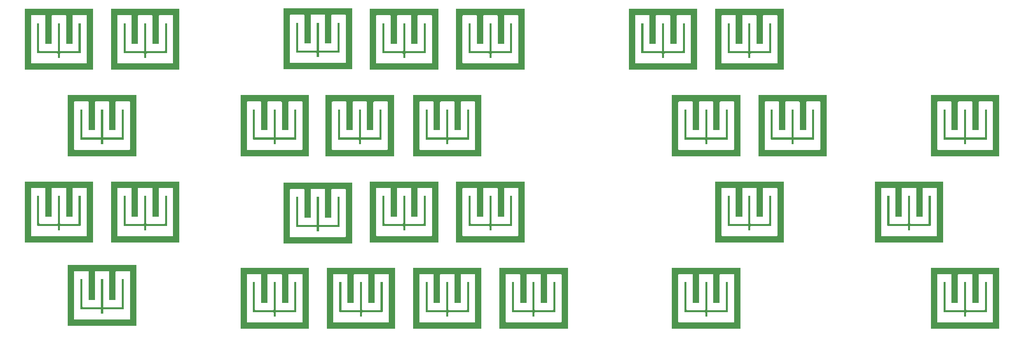
<source format=gbr>
G04 #@! TF.GenerationSoftware,KiCad,Pcbnew,5.1.5+dfsg1-2build2*
G04 #@! TF.CreationDate,2024-05-23T04:39:51+01:00*
G04 #@! TF.ProjectId,qt_touch1,71745f74-6f75-4636-9831-2e6b69636164,rev?*
G04 #@! TF.SameCoordinates,Original*
G04 #@! TF.FileFunction,Soldermask,Top*
G04 #@! TF.FilePolarity,Negative*
%FSLAX46Y46*%
G04 Gerber Fmt 4.6, Leading zero omitted, Abs format (unit mm)*
G04 Created by KiCad (PCBNEW 5.1.5+dfsg1-2build2) date 2024-05-23 04:39:51*
%MOMM*%
%LPD*%
G04 APERTURE LIST*
%ADD10C,0.100000*%
G04 APERTURE END LIST*
D10*
G36*
X117351000Y-113251000D02*
G01*
X105449000Y-113251000D01*
X105449000Y-103875999D01*
X106551000Y-103875999D01*
X106551000Y-112024001D01*
X106553402Y-112048387D01*
X106560515Y-112071836D01*
X106572066Y-112093447D01*
X106587611Y-112112389D01*
X106606553Y-112127934D01*
X106628164Y-112139485D01*
X106651613Y-112146598D01*
X106675999Y-112149000D01*
X116124001Y-112149000D01*
X116148387Y-112146598D01*
X116171836Y-112139485D01*
X116193447Y-112127934D01*
X116212389Y-112112389D01*
X116227934Y-112093447D01*
X116239485Y-112071836D01*
X116246598Y-112048387D01*
X116249000Y-112024001D01*
X116249000Y-103875999D01*
X116246598Y-103851613D01*
X116239485Y-103828164D01*
X116227934Y-103806553D01*
X116212389Y-103787611D01*
X116193447Y-103772066D01*
X116171836Y-103760515D01*
X116148387Y-103753402D01*
X116124001Y-103751000D01*
X113875999Y-103751000D01*
X113851613Y-103753402D01*
X113828164Y-103760515D01*
X113806553Y-103772066D01*
X113787611Y-103787611D01*
X113772066Y-103806553D01*
X113760515Y-103828164D01*
X113753402Y-103851613D01*
X113751000Y-103875999D01*
X113751000Y-108751000D01*
X112649000Y-108751000D01*
X112649000Y-103875999D01*
X112646598Y-103851613D01*
X112639485Y-103828164D01*
X112627934Y-103806553D01*
X112612389Y-103787611D01*
X112593447Y-103772066D01*
X112571836Y-103760515D01*
X112548387Y-103753402D01*
X112524001Y-103751000D01*
X110275999Y-103751000D01*
X110251613Y-103753402D01*
X110228164Y-103760515D01*
X110206553Y-103772066D01*
X110187611Y-103787611D01*
X110172066Y-103806553D01*
X110160515Y-103828164D01*
X110153402Y-103851613D01*
X110151000Y-103875999D01*
X110151000Y-108751000D01*
X109049000Y-108751000D01*
X109049000Y-103875999D01*
X109046598Y-103851613D01*
X109039485Y-103828164D01*
X109027934Y-103806553D01*
X109012389Y-103787611D01*
X108993447Y-103772066D01*
X108971836Y-103760515D01*
X108948387Y-103753402D01*
X108924001Y-103751000D01*
X106675999Y-103751000D01*
X106651613Y-103753402D01*
X106628164Y-103760515D01*
X106606553Y-103772066D01*
X106587611Y-103787611D01*
X106572066Y-103806553D01*
X106560515Y-103828164D01*
X106553402Y-103851613D01*
X106551000Y-103875999D01*
X105449000Y-103875999D01*
X105449000Y-102649000D01*
X117351000Y-102649000D01*
X117351000Y-113251000D01*
G37*
G36*
X107976000Y-109899001D02*
G01*
X107978402Y-109923387D01*
X107985515Y-109946836D01*
X107997066Y-109968447D01*
X108012611Y-109987389D01*
X108031553Y-110002934D01*
X108053164Y-110014485D01*
X108076613Y-110021598D01*
X108100999Y-110024000D01*
X111099001Y-110024000D01*
X111123387Y-110021598D01*
X111146836Y-110014485D01*
X111168447Y-110002934D01*
X111187389Y-109987389D01*
X111202934Y-109968447D01*
X111214485Y-109946836D01*
X111221598Y-109923387D01*
X111224000Y-109899001D01*
X111224000Y-105149000D01*
X111576000Y-105149000D01*
X111576000Y-109899001D01*
X111578402Y-109923387D01*
X111585515Y-109946836D01*
X111597066Y-109968447D01*
X111612611Y-109987389D01*
X111631553Y-110002934D01*
X111653164Y-110014485D01*
X111676613Y-110021598D01*
X111700999Y-110024000D01*
X114699001Y-110024000D01*
X114723387Y-110021598D01*
X114746836Y-110014485D01*
X114768447Y-110002934D01*
X114787389Y-109987389D01*
X114802934Y-109968447D01*
X114814485Y-109946836D01*
X114821598Y-109923387D01*
X114824000Y-109899001D01*
X114824000Y-105149000D01*
X115176000Y-105149000D01*
X115176000Y-110301759D01*
X115172066Y-110306553D01*
X115160515Y-110328164D01*
X115153402Y-110351613D01*
X115151000Y-110375999D01*
X115151000Y-110376000D01*
X111700999Y-110376000D01*
X111676613Y-110378402D01*
X111653164Y-110385515D01*
X111631553Y-110397066D01*
X111612611Y-110412611D01*
X111597066Y-110431553D01*
X111585515Y-110453164D01*
X111578402Y-110476613D01*
X111576000Y-110500999D01*
X111576000Y-111151000D01*
X111224000Y-111151000D01*
X111224000Y-110500999D01*
X111221598Y-110476613D01*
X111214485Y-110453164D01*
X111202934Y-110431553D01*
X111187389Y-110412611D01*
X111168447Y-110397066D01*
X111146836Y-110385515D01*
X111123387Y-110378402D01*
X111099001Y-110376000D01*
X107649000Y-110376000D01*
X107649000Y-110375999D01*
X107646598Y-110351613D01*
X107639485Y-110328164D01*
X107627934Y-110306553D01*
X107624000Y-110301759D01*
X107624000Y-105149000D01*
X107976000Y-105149000D01*
X107976000Y-109899001D01*
G37*
G36*
X177351000Y-113251000D02*
G01*
X165449000Y-113251000D01*
X165449000Y-103875999D01*
X166551000Y-103875999D01*
X166551000Y-112024001D01*
X166553402Y-112048387D01*
X166560515Y-112071836D01*
X166572066Y-112093447D01*
X166587611Y-112112389D01*
X166606553Y-112127934D01*
X166628164Y-112139485D01*
X166651613Y-112146598D01*
X166675999Y-112149000D01*
X176124001Y-112149000D01*
X176148387Y-112146598D01*
X176171836Y-112139485D01*
X176193447Y-112127934D01*
X176212389Y-112112389D01*
X176227934Y-112093447D01*
X176239485Y-112071836D01*
X176246598Y-112048387D01*
X176249000Y-112024001D01*
X176249000Y-103875999D01*
X176246598Y-103851613D01*
X176239485Y-103828164D01*
X176227934Y-103806553D01*
X176212389Y-103787611D01*
X176193447Y-103772066D01*
X176171836Y-103760515D01*
X176148387Y-103753402D01*
X176124001Y-103751000D01*
X173875999Y-103751000D01*
X173851613Y-103753402D01*
X173828164Y-103760515D01*
X173806553Y-103772066D01*
X173787611Y-103787611D01*
X173772066Y-103806553D01*
X173760515Y-103828164D01*
X173753402Y-103851613D01*
X173751000Y-103875999D01*
X173751000Y-108751000D01*
X172649000Y-108751000D01*
X172649000Y-103875999D01*
X172646598Y-103851613D01*
X172639485Y-103828164D01*
X172627934Y-103806553D01*
X172612389Y-103787611D01*
X172593447Y-103772066D01*
X172571836Y-103760515D01*
X172548387Y-103753402D01*
X172524001Y-103751000D01*
X170275999Y-103751000D01*
X170251613Y-103753402D01*
X170228164Y-103760515D01*
X170206553Y-103772066D01*
X170187611Y-103787611D01*
X170172066Y-103806553D01*
X170160515Y-103828164D01*
X170153402Y-103851613D01*
X170151000Y-103875999D01*
X170151000Y-108751000D01*
X169049000Y-108751000D01*
X169049000Y-103875999D01*
X169046598Y-103851613D01*
X169039485Y-103828164D01*
X169027934Y-103806553D01*
X169012389Y-103787611D01*
X168993447Y-103772066D01*
X168971836Y-103760515D01*
X168948387Y-103753402D01*
X168924001Y-103751000D01*
X166675999Y-103751000D01*
X166651613Y-103753402D01*
X166628164Y-103760515D01*
X166606553Y-103772066D01*
X166587611Y-103787611D01*
X166572066Y-103806553D01*
X166560515Y-103828164D01*
X166553402Y-103851613D01*
X166551000Y-103875999D01*
X165449000Y-103875999D01*
X165449000Y-102649000D01*
X177351000Y-102649000D01*
X177351000Y-113251000D01*
G37*
G36*
X167976000Y-109899001D02*
G01*
X167978402Y-109923387D01*
X167985515Y-109946836D01*
X167997066Y-109968447D01*
X168012611Y-109987389D01*
X168031553Y-110002934D01*
X168053164Y-110014485D01*
X168076613Y-110021598D01*
X168100999Y-110024000D01*
X171099001Y-110024000D01*
X171123387Y-110021598D01*
X171146836Y-110014485D01*
X171168447Y-110002934D01*
X171187389Y-109987389D01*
X171202934Y-109968447D01*
X171214485Y-109946836D01*
X171221598Y-109923387D01*
X171224000Y-109899001D01*
X171224000Y-105149000D01*
X171576000Y-105149000D01*
X171576000Y-109899001D01*
X171578402Y-109923387D01*
X171585515Y-109946836D01*
X171597066Y-109968447D01*
X171612611Y-109987389D01*
X171631553Y-110002934D01*
X171653164Y-110014485D01*
X171676613Y-110021598D01*
X171700999Y-110024000D01*
X174699001Y-110024000D01*
X174723387Y-110021598D01*
X174746836Y-110014485D01*
X174768447Y-110002934D01*
X174787389Y-109987389D01*
X174802934Y-109968447D01*
X174814485Y-109946836D01*
X174821598Y-109923387D01*
X174824000Y-109899001D01*
X174824000Y-105149000D01*
X175176000Y-105149000D01*
X175176000Y-110301759D01*
X175172066Y-110306553D01*
X175160515Y-110328164D01*
X175153402Y-110351613D01*
X175151000Y-110375999D01*
X175151000Y-110376000D01*
X171700999Y-110376000D01*
X171676613Y-110378402D01*
X171653164Y-110385515D01*
X171631553Y-110397066D01*
X171612611Y-110412611D01*
X171597066Y-110431553D01*
X171585515Y-110453164D01*
X171578402Y-110476613D01*
X171576000Y-110500999D01*
X171576000Y-111151000D01*
X171224000Y-111151000D01*
X171224000Y-110500999D01*
X171221598Y-110476613D01*
X171214485Y-110453164D01*
X171202934Y-110431553D01*
X171187389Y-110412611D01*
X171168447Y-110397066D01*
X171146836Y-110385515D01*
X171123387Y-110378402D01*
X171099001Y-110376000D01*
X167649000Y-110376000D01*
X167649000Y-110375999D01*
X167646598Y-110351613D01*
X167639485Y-110328164D01*
X167627934Y-110306553D01*
X167624000Y-110301759D01*
X167624000Y-105149000D01*
X167976000Y-105149000D01*
X167976000Y-109899001D01*
G37*
G36*
X147351000Y-113251000D02*
G01*
X135449000Y-113251000D01*
X135449000Y-103875999D01*
X136551000Y-103875999D01*
X136551000Y-112024001D01*
X136553402Y-112048387D01*
X136560515Y-112071836D01*
X136572066Y-112093447D01*
X136587611Y-112112389D01*
X136606553Y-112127934D01*
X136628164Y-112139485D01*
X136651613Y-112146598D01*
X136675999Y-112149000D01*
X146124001Y-112149000D01*
X146148387Y-112146598D01*
X146171836Y-112139485D01*
X146193447Y-112127934D01*
X146212389Y-112112389D01*
X146227934Y-112093447D01*
X146239485Y-112071836D01*
X146246598Y-112048387D01*
X146249000Y-112024001D01*
X146249000Y-103875999D01*
X146246598Y-103851613D01*
X146239485Y-103828164D01*
X146227934Y-103806553D01*
X146212389Y-103787611D01*
X146193447Y-103772066D01*
X146171836Y-103760515D01*
X146148387Y-103753402D01*
X146124001Y-103751000D01*
X143875999Y-103751000D01*
X143851613Y-103753402D01*
X143828164Y-103760515D01*
X143806553Y-103772066D01*
X143787611Y-103787611D01*
X143772066Y-103806553D01*
X143760515Y-103828164D01*
X143753402Y-103851613D01*
X143751000Y-103875999D01*
X143751000Y-108751000D01*
X142649000Y-108751000D01*
X142649000Y-103875999D01*
X142646598Y-103851613D01*
X142639485Y-103828164D01*
X142627934Y-103806553D01*
X142612389Y-103787611D01*
X142593447Y-103772066D01*
X142571836Y-103760515D01*
X142548387Y-103753402D01*
X142524001Y-103751000D01*
X140275999Y-103751000D01*
X140251613Y-103753402D01*
X140228164Y-103760515D01*
X140206553Y-103772066D01*
X140187611Y-103787611D01*
X140172066Y-103806553D01*
X140160515Y-103828164D01*
X140153402Y-103851613D01*
X140151000Y-103875999D01*
X140151000Y-108751000D01*
X139049000Y-108751000D01*
X139049000Y-103875999D01*
X139046598Y-103851613D01*
X139039485Y-103828164D01*
X139027934Y-103806553D01*
X139012389Y-103787611D01*
X138993447Y-103772066D01*
X138971836Y-103760515D01*
X138948387Y-103753402D01*
X138924001Y-103751000D01*
X136675999Y-103751000D01*
X136651613Y-103753402D01*
X136628164Y-103760515D01*
X136606553Y-103772066D01*
X136587611Y-103787611D01*
X136572066Y-103806553D01*
X136560515Y-103828164D01*
X136553402Y-103851613D01*
X136551000Y-103875999D01*
X135449000Y-103875999D01*
X135449000Y-102649000D01*
X147351000Y-102649000D01*
X147351000Y-113251000D01*
G37*
G36*
X137976000Y-109899001D02*
G01*
X137978402Y-109923387D01*
X137985515Y-109946836D01*
X137997066Y-109968447D01*
X138012611Y-109987389D01*
X138031553Y-110002934D01*
X138053164Y-110014485D01*
X138076613Y-110021598D01*
X138100999Y-110024000D01*
X141099001Y-110024000D01*
X141123387Y-110021598D01*
X141146836Y-110014485D01*
X141168447Y-110002934D01*
X141187389Y-109987389D01*
X141202934Y-109968447D01*
X141214485Y-109946836D01*
X141221598Y-109923387D01*
X141224000Y-109899001D01*
X141224000Y-105149000D01*
X141576000Y-105149000D01*
X141576000Y-109899001D01*
X141578402Y-109923387D01*
X141585515Y-109946836D01*
X141597066Y-109968447D01*
X141612611Y-109987389D01*
X141631553Y-110002934D01*
X141653164Y-110014485D01*
X141676613Y-110021598D01*
X141700999Y-110024000D01*
X144699001Y-110024000D01*
X144723387Y-110021598D01*
X144746836Y-110014485D01*
X144768447Y-110002934D01*
X144787389Y-109987389D01*
X144802934Y-109968447D01*
X144814485Y-109946836D01*
X144821598Y-109923387D01*
X144824000Y-109899001D01*
X144824000Y-105149000D01*
X145176000Y-105149000D01*
X145176000Y-110301759D01*
X145172066Y-110306553D01*
X145160515Y-110328164D01*
X145153402Y-110351613D01*
X145151000Y-110375999D01*
X145151000Y-110376000D01*
X141700999Y-110376000D01*
X141676613Y-110378402D01*
X141653164Y-110385515D01*
X141631553Y-110397066D01*
X141612611Y-110412611D01*
X141597066Y-110431553D01*
X141585515Y-110453164D01*
X141578402Y-110476613D01*
X141576000Y-110500999D01*
X141576000Y-111151000D01*
X141224000Y-111151000D01*
X141224000Y-110500999D01*
X141221598Y-110476613D01*
X141214485Y-110453164D01*
X141202934Y-110431553D01*
X141187389Y-110412611D01*
X141168447Y-110397066D01*
X141146836Y-110385515D01*
X141123387Y-110378402D01*
X141099001Y-110376000D01*
X137649000Y-110376000D01*
X137649000Y-110375999D01*
X137646598Y-110351613D01*
X137639485Y-110328164D01*
X137627934Y-110306553D01*
X137624000Y-110301759D01*
X137624000Y-105149000D01*
X137976000Y-105149000D01*
X137976000Y-109899001D01*
G37*
G36*
X132351000Y-113251000D02*
G01*
X120449000Y-113251000D01*
X120449000Y-103875999D01*
X121551000Y-103875999D01*
X121551000Y-112024001D01*
X121553402Y-112048387D01*
X121560515Y-112071836D01*
X121572066Y-112093447D01*
X121587611Y-112112389D01*
X121606553Y-112127934D01*
X121628164Y-112139485D01*
X121651613Y-112146598D01*
X121675999Y-112149000D01*
X131124001Y-112149000D01*
X131148387Y-112146598D01*
X131171836Y-112139485D01*
X131193447Y-112127934D01*
X131212389Y-112112389D01*
X131227934Y-112093447D01*
X131239485Y-112071836D01*
X131246598Y-112048387D01*
X131249000Y-112024001D01*
X131249000Y-103875999D01*
X131246598Y-103851613D01*
X131239485Y-103828164D01*
X131227934Y-103806553D01*
X131212389Y-103787611D01*
X131193447Y-103772066D01*
X131171836Y-103760515D01*
X131148387Y-103753402D01*
X131124001Y-103751000D01*
X128875999Y-103751000D01*
X128851613Y-103753402D01*
X128828164Y-103760515D01*
X128806553Y-103772066D01*
X128787611Y-103787611D01*
X128772066Y-103806553D01*
X128760515Y-103828164D01*
X128753402Y-103851613D01*
X128751000Y-103875999D01*
X128751000Y-108751000D01*
X127649000Y-108751000D01*
X127649000Y-103875999D01*
X127646598Y-103851613D01*
X127639485Y-103828164D01*
X127627934Y-103806553D01*
X127612389Y-103787611D01*
X127593447Y-103772066D01*
X127571836Y-103760515D01*
X127548387Y-103753402D01*
X127524001Y-103751000D01*
X125275999Y-103751000D01*
X125251613Y-103753402D01*
X125228164Y-103760515D01*
X125206553Y-103772066D01*
X125187611Y-103787611D01*
X125172066Y-103806553D01*
X125160515Y-103828164D01*
X125153402Y-103851613D01*
X125151000Y-103875999D01*
X125151000Y-108751000D01*
X124049000Y-108751000D01*
X124049000Y-103875999D01*
X124046598Y-103851613D01*
X124039485Y-103828164D01*
X124027934Y-103806553D01*
X124012389Y-103787611D01*
X123993447Y-103772066D01*
X123971836Y-103760515D01*
X123948387Y-103753402D01*
X123924001Y-103751000D01*
X121675999Y-103751000D01*
X121651613Y-103753402D01*
X121628164Y-103760515D01*
X121606553Y-103772066D01*
X121587611Y-103787611D01*
X121572066Y-103806553D01*
X121560515Y-103828164D01*
X121553402Y-103851613D01*
X121551000Y-103875999D01*
X120449000Y-103875999D01*
X120449000Y-102649000D01*
X132351000Y-102649000D01*
X132351000Y-113251000D01*
G37*
G36*
X122976000Y-109899001D02*
G01*
X122978402Y-109923387D01*
X122985515Y-109946836D01*
X122997066Y-109968447D01*
X123012611Y-109987389D01*
X123031553Y-110002934D01*
X123053164Y-110014485D01*
X123076613Y-110021598D01*
X123100999Y-110024000D01*
X126099001Y-110024000D01*
X126123387Y-110021598D01*
X126146836Y-110014485D01*
X126168447Y-110002934D01*
X126187389Y-109987389D01*
X126202934Y-109968447D01*
X126214485Y-109946836D01*
X126221598Y-109923387D01*
X126224000Y-109899001D01*
X126224000Y-105149000D01*
X126576000Y-105149000D01*
X126576000Y-109899001D01*
X126578402Y-109923387D01*
X126585515Y-109946836D01*
X126597066Y-109968447D01*
X126612611Y-109987389D01*
X126631553Y-110002934D01*
X126653164Y-110014485D01*
X126676613Y-110021598D01*
X126700999Y-110024000D01*
X129699001Y-110024000D01*
X129723387Y-110021598D01*
X129746836Y-110014485D01*
X129768447Y-110002934D01*
X129787389Y-109987389D01*
X129802934Y-109968447D01*
X129814485Y-109946836D01*
X129821598Y-109923387D01*
X129824000Y-109899001D01*
X129824000Y-105149000D01*
X130176000Y-105149000D01*
X130176000Y-110301759D01*
X130172066Y-110306553D01*
X130160515Y-110328164D01*
X130153402Y-110351613D01*
X130151000Y-110375999D01*
X130151000Y-110376000D01*
X126700999Y-110376000D01*
X126676613Y-110378402D01*
X126653164Y-110385515D01*
X126631553Y-110397066D01*
X126612611Y-110412611D01*
X126597066Y-110431553D01*
X126585515Y-110453164D01*
X126578402Y-110476613D01*
X126576000Y-110500999D01*
X126576000Y-111151000D01*
X126224000Y-111151000D01*
X126224000Y-110500999D01*
X126221598Y-110476613D01*
X126214485Y-110453164D01*
X126202934Y-110431553D01*
X126187389Y-110412611D01*
X126168447Y-110397066D01*
X126146836Y-110385515D01*
X126123387Y-110378402D01*
X126099001Y-110376000D01*
X122649000Y-110376000D01*
X122649000Y-110375999D01*
X122646598Y-110351613D01*
X122639485Y-110328164D01*
X122627934Y-110306553D01*
X122624000Y-110301759D01*
X122624000Y-105149000D01*
X122976000Y-105149000D01*
X122976000Y-109899001D01*
G37*
G36*
X222351000Y-113251000D02*
G01*
X210449000Y-113251000D01*
X210449000Y-103875999D01*
X211551000Y-103875999D01*
X211551000Y-112024001D01*
X211553402Y-112048387D01*
X211560515Y-112071836D01*
X211572066Y-112093447D01*
X211587611Y-112112389D01*
X211606553Y-112127934D01*
X211628164Y-112139485D01*
X211651613Y-112146598D01*
X211675999Y-112149000D01*
X221124001Y-112149000D01*
X221148387Y-112146598D01*
X221171836Y-112139485D01*
X221193447Y-112127934D01*
X221212389Y-112112389D01*
X221227934Y-112093447D01*
X221239485Y-112071836D01*
X221246598Y-112048387D01*
X221249000Y-112024001D01*
X221249000Y-103875999D01*
X221246598Y-103851613D01*
X221239485Y-103828164D01*
X221227934Y-103806553D01*
X221212389Y-103787611D01*
X221193447Y-103772066D01*
X221171836Y-103760515D01*
X221148387Y-103753402D01*
X221124001Y-103751000D01*
X218875999Y-103751000D01*
X218851613Y-103753402D01*
X218828164Y-103760515D01*
X218806553Y-103772066D01*
X218787611Y-103787611D01*
X218772066Y-103806553D01*
X218760515Y-103828164D01*
X218753402Y-103851613D01*
X218751000Y-103875999D01*
X218751000Y-108751000D01*
X217649000Y-108751000D01*
X217649000Y-103875999D01*
X217646598Y-103851613D01*
X217639485Y-103828164D01*
X217627934Y-103806553D01*
X217612389Y-103787611D01*
X217593447Y-103772066D01*
X217571836Y-103760515D01*
X217548387Y-103753402D01*
X217524001Y-103751000D01*
X215275999Y-103751000D01*
X215251613Y-103753402D01*
X215228164Y-103760515D01*
X215206553Y-103772066D01*
X215187611Y-103787611D01*
X215172066Y-103806553D01*
X215160515Y-103828164D01*
X215153402Y-103851613D01*
X215151000Y-103875999D01*
X215151000Y-108751000D01*
X214049000Y-108751000D01*
X214049000Y-103875999D01*
X214046598Y-103851613D01*
X214039485Y-103828164D01*
X214027934Y-103806553D01*
X214012389Y-103787611D01*
X213993447Y-103772066D01*
X213971836Y-103760515D01*
X213948387Y-103753402D01*
X213924001Y-103751000D01*
X211675999Y-103751000D01*
X211651613Y-103753402D01*
X211628164Y-103760515D01*
X211606553Y-103772066D01*
X211587611Y-103787611D01*
X211572066Y-103806553D01*
X211560515Y-103828164D01*
X211553402Y-103851613D01*
X211551000Y-103875999D01*
X210449000Y-103875999D01*
X210449000Y-102649000D01*
X222351000Y-102649000D01*
X222351000Y-113251000D01*
G37*
G36*
X212976000Y-109899001D02*
G01*
X212978402Y-109923387D01*
X212985515Y-109946836D01*
X212997066Y-109968447D01*
X213012611Y-109987389D01*
X213031553Y-110002934D01*
X213053164Y-110014485D01*
X213076613Y-110021598D01*
X213100999Y-110024000D01*
X216099001Y-110024000D01*
X216123387Y-110021598D01*
X216146836Y-110014485D01*
X216168447Y-110002934D01*
X216187389Y-109987389D01*
X216202934Y-109968447D01*
X216214485Y-109946836D01*
X216221598Y-109923387D01*
X216224000Y-109899001D01*
X216224000Y-105149000D01*
X216576000Y-105149000D01*
X216576000Y-109899001D01*
X216578402Y-109923387D01*
X216585515Y-109946836D01*
X216597066Y-109968447D01*
X216612611Y-109987389D01*
X216631553Y-110002934D01*
X216653164Y-110014485D01*
X216676613Y-110021598D01*
X216700999Y-110024000D01*
X219699001Y-110024000D01*
X219723387Y-110021598D01*
X219746836Y-110014485D01*
X219768447Y-110002934D01*
X219787389Y-109987389D01*
X219802934Y-109968447D01*
X219814485Y-109946836D01*
X219821598Y-109923387D01*
X219824000Y-109899001D01*
X219824000Y-105149000D01*
X220176000Y-105149000D01*
X220176000Y-110301759D01*
X220172066Y-110306553D01*
X220160515Y-110328164D01*
X220153402Y-110351613D01*
X220151000Y-110375999D01*
X220151000Y-110376000D01*
X216700999Y-110376000D01*
X216676613Y-110378402D01*
X216653164Y-110385515D01*
X216631553Y-110397066D01*
X216612611Y-110412611D01*
X216597066Y-110431553D01*
X216585515Y-110453164D01*
X216578402Y-110476613D01*
X216576000Y-110500999D01*
X216576000Y-111151000D01*
X216224000Y-111151000D01*
X216224000Y-110500999D01*
X216221598Y-110476613D01*
X216214485Y-110453164D01*
X216202934Y-110431553D01*
X216187389Y-110412611D01*
X216168447Y-110397066D01*
X216146836Y-110385515D01*
X216123387Y-110378402D01*
X216099001Y-110376000D01*
X212649000Y-110376000D01*
X212649000Y-110375999D01*
X212646598Y-110351613D01*
X212639485Y-110328164D01*
X212627934Y-110306553D01*
X212624000Y-110301759D01*
X212624000Y-105149000D01*
X212976000Y-105149000D01*
X212976000Y-109899001D01*
G37*
G36*
X102351000Y-113251000D02*
G01*
X90449000Y-113251000D01*
X90449000Y-103875999D01*
X91551000Y-103875999D01*
X91551000Y-112024001D01*
X91553402Y-112048387D01*
X91560515Y-112071836D01*
X91572066Y-112093447D01*
X91587611Y-112112389D01*
X91606553Y-112127934D01*
X91628164Y-112139485D01*
X91651613Y-112146598D01*
X91675999Y-112149000D01*
X101124001Y-112149000D01*
X101148387Y-112146598D01*
X101171836Y-112139485D01*
X101193447Y-112127934D01*
X101212389Y-112112389D01*
X101227934Y-112093447D01*
X101239485Y-112071836D01*
X101246598Y-112048387D01*
X101249000Y-112024001D01*
X101249000Y-103875999D01*
X101246598Y-103851613D01*
X101239485Y-103828164D01*
X101227934Y-103806553D01*
X101212389Y-103787611D01*
X101193447Y-103772066D01*
X101171836Y-103760515D01*
X101148387Y-103753402D01*
X101124001Y-103751000D01*
X98875999Y-103751000D01*
X98851613Y-103753402D01*
X98828164Y-103760515D01*
X98806553Y-103772066D01*
X98787611Y-103787611D01*
X98772066Y-103806553D01*
X98760515Y-103828164D01*
X98753402Y-103851613D01*
X98751000Y-103875999D01*
X98751000Y-108751000D01*
X97649000Y-108751000D01*
X97649000Y-103875999D01*
X97646598Y-103851613D01*
X97639485Y-103828164D01*
X97627934Y-103806553D01*
X97612389Y-103787611D01*
X97593447Y-103772066D01*
X97571836Y-103760515D01*
X97548387Y-103753402D01*
X97524001Y-103751000D01*
X95275999Y-103751000D01*
X95251613Y-103753402D01*
X95228164Y-103760515D01*
X95206553Y-103772066D01*
X95187611Y-103787611D01*
X95172066Y-103806553D01*
X95160515Y-103828164D01*
X95153402Y-103851613D01*
X95151000Y-103875999D01*
X95151000Y-108751000D01*
X94049000Y-108751000D01*
X94049000Y-103875999D01*
X94046598Y-103851613D01*
X94039485Y-103828164D01*
X94027934Y-103806553D01*
X94012389Y-103787611D01*
X93993447Y-103772066D01*
X93971836Y-103760515D01*
X93948387Y-103753402D01*
X93924001Y-103751000D01*
X91675999Y-103751000D01*
X91651613Y-103753402D01*
X91628164Y-103760515D01*
X91606553Y-103772066D01*
X91587611Y-103787611D01*
X91572066Y-103806553D01*
X91560515Y-103828164D01*
X91553402Y-103851613D01*
X91551000Y-103875999D01*
X90449000Y-103875999D01*
X90449000Y-102649000D01*
X102351000Y-102649000D01*
X102351000Y-113251000D01*
G37*
G36*
X92976000Y-109899001D02*
G01*
X92978402Y-109923387D01*
X92985515Y-109946836D01*
X92997066Y-109968447D01*
X93012611Y-109987389D01*
X93031553Y-110002934D01*
X93053164Y-110014485D01*
X93076613Y-110021598D01*
X93100999Y-110024000D01*
X96099001Y-110024000D01*
X96123387Y-110021598D01*
X96146836Y-110014485D01*
X96168447Y-110002934D01*
X96187389Y-109987389D01*
X96202934Y-109968447D01*
X96214485Y-109946836D01*
X96221598Y-109923387D01*
X96224000Y-109899001D01*
X96224000Y-105149000D01*
X96576000Y-105149000D01*
X96576000Y-109899001D01*
X96578402Y-109923387D01*
X96585515Y-109946836D01*
X96597066Y-109968447D01*
X96612611Y-109987389D01*
X96631553Y-110002934D01*
X96653164Y-110014485D01*
X96676613Y-110021598D01*
X96700999Y-110024000D01*
X99699001Y-110024000D01*
X99723387Y-110021598D01*
X99746836Y-110014485D01*
X99768447Y-110002934D01*
X99787389Y-109987389D01*
X99802934Y-109968447D01*
X99814485Y-109946836D01*
X99821598Y-109923387D01*
X99824000Y-109899001D01*
X99824000Y-105149000D01*
X100176000Y-105149000D01*
X100176000Y-110301759D01*
X100172066Y-110306553D01*
X100160515Y-110328164D01*
X100153402Y-110351613D01*
X100151000Y-110375999D01*
X100151000Y-110376000D01*
X96700999Y-110376000D01*
X96676613Y-110378402D01*
X96653164Y-110385515D01*
X96631553Y-110397066D01*
X96612611Y-110412611D01*
X96597066Y-110431553D01*
X96585515Y-110453164D01*
X96578402Y-110476613D01*
X96576000Y-110500999D01*
X96576000Y-111151000D01*
X96224000Y-111151000D01*
X96224000Y-110500999D01*
X96221598Y-110476613D01*
X96214485Y-110453164D01*
X96202934Y-110431553D01*
X96187389Y-110412611D01*
X96168447Y-110397066D01*
X96146836Y-110385515D01*
X96123387Y-110378402D01*
X96099001Y-110376000D01*
X92649000Y-110376000D01*
X92649000Y-110375999D01*
X92646598Y-110351613D01*
X92639485Y-110328164D01*
X92627934Y-110306553D01*
X92624000Y-110301759D01*
X92624000Y-105149000D01*
X92976000Y-105149000D01*
X92976000Y-109899001D01*
G37*
G36*
X72351000Y-112751000D02*
G01*
X60449000Y-112751000D01*
X60449000Y-103375999D01*
X61551000Y-103375999D01*
X61551000Y-111524001D01*
X61553402Y-111548387D01*
X61560515Y-111571836D01*
X61572066Y-111593447D01*
X61587611Y-111612389D01*
X61606553Y-111627934D01*
X61628164Y-111639485D01*
X61651613Y-111646598D01*
X61675999Y-111649000D01*
X71124001Y-111649000D01*
X71148387Y-111646598D01*
X71171836Y-111639485D01*
X71193447Y-111627934D01*
X71212389Y-111612389D01*
X71227934Y-111593447D01*
X71239485Y-111571836D01*
X71246598Y-111548387D01*
X71249000Y-111524001D01*
X71249000Y-103375999D01*
X71246598Y-103351613D01*
X71239485Y-103328164D01*
X71227934Y-103306553D01*
X71212389Y-103287611D01*
X71193447Y-103272066D01*
X71171836Y-103260515D01*
X71148387Y-103253402D01*
X71124001Y-103251000D01*
X68875999Y-103251000D01*
X68851613Y-103253402D01*
X68828164Y-103260515D01*
X68806553Y-103272066D01*
X68787611Y-103287611D01*
X68772066Y-103306553D01*
X68760515Y-103328164D01*
X68753402Y-103351613D01*
X68751000Y-103375999D01*
X68751000Y-108251000D01*
X67649000Y-108251000D01*
X67649000Y-103375999D01*
X67646598Y-103351613D01*
X67639485Y-103328164D01*
X67627934Y-103306553D01*
X67612389Y-103287611D01*
X67593447Y-103272066D01*
X67571836Y-103260515D01*
X67548387Y-103253402D01*
X67524001Y-103251000D01*
X65275999Y-103251000D01*
X65251613Y-103253402D01*
X65228164Y-103260515D01*
X65206553Y-103272066D01*
X65187611Y-103287611D01*
X65172066Y-103306553D01*
X65160515Y-103328164D01*
X65153402Y-103351613D01*
X65151000Y-103375999D01*
X65151000Y-108251000D01*
X64049000Y-108251000D01*
X64049000Y-103375999D01*
X64046598Y-103351613D01*
X64039485Y-103328164D01*
X64027934Y-103306553D01*
X64012389Y-103287611D01*
X63993447Y-103272066D01*
X63971836Y-103260515D01*
X63948387Y-103253402D01*
X63924001Y-103251000D01*
X61675999Y-103251000D01*
X61651613Y-103253402D01*
X61628164Y-103260515D01*
X61606553Y-103272066D01*
X61587611Y-103287611D01*
X61572066Y-103306553D01*
X61560515Y-103328164D01*
X61553402Y-103351613D01*
X61551000Y-103375999D01*
X60449000Y-103375999D01*
X60449000Y-102149000D01*
X72351000Y-102149000D01*
X72351000Y-112751000D01*
G37*
G36*
X62976000Y-109399001D02*
G01*
X62978402Y-109423387D01*
X62985515Y-109446836D01*
X62997066Y-109468447D01*
X63012611Y-109487389D01*
X63031553Y-109502934D01*
X63053164Y-109514485D01*
X63076613Y-109521598D01*
X63100999Y-109524000D01*
X66099001Y-109524000D01*
X66123387Y-109521598D01*
X66146836Y-109514485D01*
X66168447Y-109502934D01*
X66187389Y-109487389D01*
X66202934Y-109468447D01*
X66214485Y-109446836D01*
X66221598Y-109423387D01*
X66224000Y-109399001D01*
X66224000Y-104649000D01*
X66576000Y-104649000D01*
X66576000Y-109399001D01*
X66578402Y-109423387D01*
X66585515Y-109446836D01*
X66597066Y-109468447D01*
X66612611Y-109487389D01*
X66631553Y-109502934D01*
X66653164Y-109514485D01*
X66676613Y-109521598D01*
X66700999Y-109524000D01*
X69699001Y-109524000D01*
X69723387Y-109521598D01*
X69746836Y-109514485D01*
X69768447Y-109502934D01*
X69787389Y-109487389D01*
X69802934Y-109468447D01*
X69814485Y-109446836D01*
X69821598Y-109423387D01*
X69824000Y-109399001D01*
X69824000Y-104649000D01*
X70176000Y-104649000D01*
X70176000Y-109801759D01*
X70172066Y-109806553D01*
X70160515Y-109828164D01*
X70153402Y-109851613D01*
X70151000Y-109875999D01*
X70151000Y-109876000D01*
X66700999Y-109876000D01*
X66676613Y-109878402D01*
X66653164Y-109885515D01*
X66631553Y-109897066D01*
X66612611Y-109912611D01*
X66597066Y-109931553D01*
X66585515Y-109953164D01*
X66578402Y-109976613D01*
X66576000Y-110000999D01*
X66576000Y-110651000D01*
X66224000Y-110651000D01*
X66224000Y-110000999D01*
X66221598Y-109976613D01*
X66214485Y-109953164D01*
X66202934Y-109931553D01*
X66187389Y-109912611D01*
X66168447Y-109897066D01*
X66146836Y-109885515D01*
X66123387Y-109878402D01*
X66099001Y-109876000D01*
X62649000Y-109876000D01*
X62649000Y-109875999D01*
X62646598Y-109851613D01*
X62639485Y-109828164D01*
X62627934Y-109806553D01*
X62624000Y-109801759D01*
X62624000Y-104649000D01*
X62976000Y-104649000D01*
X62976000Y-109399001D01*
G37*
G36*
X109851000Y-98451000D02*
G01*
X97949000Y-98451000D01*
X97949000Y-89075999D01*
X99051000Y-89075999D01*
X99051000Y-97224001D01*
X99053402Y-97248387D01*
X99060515Y-97271836D01*
X99072066Y-97293447D01*
X99087611Y-97312389D01*
X99106553Y-97327934D01*
X99128164Y-97339485D01*
X99151613Y-97346598D01*
X99175999Y-97349000D01*
X108624001Y-97349000D01*
X108648387Y-97346598D01*
X108671836Y-97339485D01*
X108693447Y-97327934D01*
X108712389Y-97312389D01*
X108727934Y-97293447D01*
X108739485Y-97271836D01*
X108746598Y-97248387D01*
X108749000Y-97224001D01*
X108749000Y-89075999D01*
X108746598Y-89051613D01*
X108739485Y-89028164D01*
X108727934Y-89006553D01*
X108712389Y-88987611D01*
X108693447Y-88972066D01*
X108671836Y-88960515D01*
X108648387Y-88953402D01*
X108624001Y-88951000D01*
X106375999Y-88951000D01*
X106351613Y-88953402D01*
X106328164Y-88960515D01*
X106306553Y-88972066D01*
X106287611Y-88987611D01*
X106272066Y-89006553D01*
X106260515Y-89028164D01*
X106253402Y-89051613D01*
X106251000Y-89075999D01*
X106251000Y-93951000D01*
X105149000Y-93951000D01*
X105149000Y-89075999D01*
X105146598Y-89051613D01*
X105139485Y-89028164D01*
X105127934Y-89006553D01*
X105112389Y-88987611D01*
X105093447Y-88972066D01*
X105071836Y-88960515D01*
X105048387Y-88953402D01*
X105024001Y-88951000D01*
X102775999Y-88951000D01*
X102751613Y-88953402D01*
X102728164Y-88960515D01*
X102706553Y-88972066D01*
X102687611Y-88987611D01*
X102672066Y-89006553D01*
X102660515Y-89028164D01*
X102653402Y-89051613D01*
X102651000Y-89075999D01*
X102651000Y-93951000D01*
X101549000Y-93951000D01*
X101549000Y-89075999D01*
X101546598Y-89051613D01*
X101539485Y-89028164D01*
X101527934Y-89006553D01*
X101512389Y-88987611D01*
X101493447Y-88972066D01*
X101471836Y-88960515D01*
X101448387Y-88953402D01*
X101424001Y-88951000D01*
X99175999Y-88951000D01*
X99151613Y-88953402D01*
X99128164Y-88960515D01*
X99106553Y-88972066D01*
X99087611Y-88987611D01*
X99072066Y-89006553D01*
X99060515Y-89028164D01*
X99053402Y-89051613D01*
X99051000Y-89075999D01*
X97949000Y-89075999D01*
X97949000Y-87849000D01*
X109851000Y-87849000D01*
X109851000Y-98451000D01*
G37*
G36*
X100476000Y-95099001D02*
G01*
X100478402Y-95123387D01*
X100485515Y-95146836D01*
X100497066Y-95168447D01*
X100512611Y-95187389D01*
X100531553Y-95202934D01*
X100553164Y-95214485D01*
X100576613Y-95221598D01*
X100600999Y-95224000D01*
X103599001Y-95224000D01*
X103623387Y-95221598D01*
X103646836Y-95214485D01*
X103668447Y-95202934D01*
X103687389Y-95187389D01*
X103702934Y-95168447D01*
X103714485Y-95146836D01*
X103721598Y-95123387D01*
X103724000Y-95099001D01*
X103724000Y-90349000D01*
X104076000Y-90349000D01*
X104076000Y-95099001D01*
X104078402Y-95123387D01*
X104085515Y-95146836D01*
X104097066Y-95168447D01*
X104112611Y-95187389D01*
X104131553Y-95202934D01*
X104153164Y-95214485D01*
X104176613Y-95221598D01*
X104200999Y-95224000D01*
X107199001Y-95224000D01*
X107223387Y-95221598D01*
X107246836Y-95214485D01*
X107268447Y-95202934D01*
X107287389Y-95187389D01*
X107302934Y-95168447D01*
X107314485Y-95146836D01*
X107321598Y-95123387D01*
X107324000Y-95099001D01*
X107324000Y-90349000D01*
X107676000Y-90349000D01*
X107676000Y-95501759D01*
X107672066Y-95506553D01*
X107660515Y-95528164D01*
X107653402Y-95551613D01*
X107651000Y-95575999D01*
X107651000Y-95576000D01*
X104200999Y-95576000D01*
X104176613Y-95578402D01*
X104153164Y-95585515D01*
X104131553Y-95597066D01*
X104112611Y-95612611D01*
X104097066Y-95631553D01*
X104085515Y-95653164D01*
X104078402Y-95676613D01*
X104076000Y-95700999D01*
X104076000Y-96351000D01*
X103724000Y-96351000D01*
X103724000Y-95700999D01*
X103721598Y-95676613D01*
X103714485Y-95653164D01*
X103702934Y-95631553D01*
X103687389Y-95612611D01*
X103668447Y-95597066D01*
X103646836Y-95585515D01*
X103623387Y-95578402D01*
X103599001Y-95576000D01*
X100149000Y-95576000D01*
X100149000Y-95575999D01*
X100146598Y-95551613D01*
X100139485Y-95528164D01*
X100127934Y-95506553D01*
X100124000Y-95501759D01*
X100124000Y-90349000D01*
X100476000Y-90349000D01*
X100476000Y-95099001D01*
G37*
G36*
X184851000Y-98251000D02*
G01*
X172949000Y-98251000D01*
X172949000Y-88875999D01*
X174051000Y-88875999D01*
X174051000Y-97024001D01*
X174053402Y-97048387D01*
X174060515Y-97071836D01*
X174072066Y-97093447D01*
X174087611Y-97112389D01*
X174106553Y-97127934D01*
X174128164Y-97139485D01*
X174151613Y-97146598D01*
X174175999Y-97149000D01*
X183624001Y-97149000D01*
X183648387Y-97146598D01*
X183671836Y-97139485D01*
X183693447Y-97127934D01*
X183712389Y-97112389D01*
X183727934Y-97093447D01*
X183739485Y-97071836D01*
X183746598Y-97048387D01*
X183749000Y-97024001D01*
X183749000Y-88875999D01*
X183746598Y-88851613D01*
X183739485Y-88828164D01*
X183727934Y-88806553D01*
X183712389Y-88787611D01*
X183693447Y-88772066D01*
X183671836Y-88760515D01*
X183648387Y-88753402D01*
X183624001Y-88751000D01*
X181375999Y-88751000D01*
X181351613Y-88753402D01*
X181328164Y-88760515D01*
X181306553Y-88772066D01*
X181287611Y-88787611D01*
X181272066Y-88806553D01*
X181260515Y-88828164D01*
X181253402Y-88851613D01*
X181251000Y-88875999D01*
X181251000Y-93751000D01*
X180149000Y-93751000D01*
X180149000Y-88875999D01*
X180146598Y-88851613D01*
X180139485Y-88828164D01*
X180127934Y-88806553D01*
X180112389Y-88787611D01*
X180093447Y-88772066D01*
X180071836Y-88760515D01*
X180048387Y-88753402D01*
X180024001Y-88751000D01*
X177775999Y-88751000D01*
X177751613Y-88753402D01*
X177728164Y-88760515D01*
X177706553Y-88772066D01*
X177687611Y-88787611D01*
X177672066Y-88806553D01*
X177660515Y-88828164D01*
X177653402Y-88851613D01*
X177651000Y-88875999D01*
X177651000Y-93751000D01*
X176549000Y-93751000D01*
X176549000Y-88875999D01*
X176546598Y-88851613D01*
X176539485Y-88828164D01*
X176527934Y-88806553D01*
X176512389Y-88787611D01*
X176493447Y-88772066D01*
X176471836Y-88760515D01*
X176448387Y-88753402D01*
X176424001Y-88751000D01*
X174175999Y-88751000D01*
X174151613Y-88753402D01*
X174128164Y-88760515D01*
X174106553Y-88772066D01*
X174087611Y-88787611D01*
X174072066Y-88806553D01*
X174060515Y-88828164D01*
X174053402Y-88851613D01*
X174051000Y-88875999D01*
X172949000Y-88875999D01*
X172949000Y-87649000D01*
X184851000Y-87649000D01*
X184851000Y-98251000D01*
G37*
G36*
X175476000Y-94899001D02*
G01*
X175478402Y-94923387D01*
X175485515Y-94946836D01*
X175497066Y-94968447D01*
X175512611Y-94987389D01*
X175531553Y-95002934D01*
X175553164Y-95014485D01*
X175576613Y-95021598D01*
X175600999Y-95024000D01*
X178599001Y-95024000D01*
X178623387Y-95021598D01*
X178646836Y-95014485D01*
X178668447Y-95002934D01*
X178687389Y-94987389D01*
X178702934Y-94968447D01*
X178714485Y-94946836D01*
X178721598Y-94923387D01*
X178724000Y-94899001D01*
X178724000Y-90149000D01*
X179076000Y-90149000D01*
X179076000Y-94899001D01*
X179078402Y-94923387D01*
X179085515Y-94946836D01*
X179097066Y-94968447D01*
X179112611Y-94987389D01*
X179131553Y-95002934D01*
X179153164Y-95014485D01*
X179176613Y-95021598D01*
X179200999Y-95024000D01*
X182199001Y-95024000D01*
X182223387Y-95021598D01*
X182246836Y-95014485D01*
X182268447Y-95002934D01*
X182287389Y-94987389D01*
X182302934Y-94968447D01*
X182314485Y-94946836D01*
X182321598Y-94923387D01*
X182324000Y-94899001D01*
X182324000Y-90149000D01*
X182676000Y-90149000D01*
X182676000Y-95301759D01*
X182672066Y-95306553D01*
X182660515Y-95328164D01*
X182653402Y-95351613D01*
X182651000Y-95375999D01*
X182651000Y-95376000D01*
X179200999Y-95376000D01*
X179176613Y-95378402D01*
X179153164Y-95385515D01*
X179131553Y-95397066D01*
X179112611Y-95412611D01*
X179097066Y-95431553D01*
X179085515Y-95453164D01*
X179078402Y-95476613D01*
X179076000Y-95500999D01*
X179076000Y-96151000D01*
X178724000Y-96151000D01*
X178724000Y-95500999D01*
X178721598Y-95476613D01*
X178714485Y-95453164D01*
X178702934Y-95431553D01*
X178687389Y-95412611D01*
X178668447Y-95397066D01*
X178646836Y-95385515D01*
X178623387Y-95378402D01*
X178599001Y-95376000D01*
X175149000Y-95376000D01*
X175149000Y-95375999D01*
X175146598Y-95351613D01*
X175139485Y-95328164D01*
X175127934Y-95306553D01*
X175124000Y-95301759D01*
X175124000Y-90149000D01*
X175476000Y-90149000D01*
X175476000Y-94899001D01*
G37*
G36*
X212601000Y-98251000D02*
G01*
X200699000Y-98251000D01*
X200699000Y-88875999D01*
X201801000Y-88875999D01*
X201801000Y-97024001D01*
X201803402Y-97048387D01*
X201810515Y-97071836D01*
X201822066Y-97093447D01*
X201837611Y-97112389D01*
X201856553Y-97127934D01*
X201878164Y-97139485D01*
X201901613Y-97146598D01*
X201925999Y-97149000D01*
X211374001Y-97149000D01*
X211398387Y-97146598D01*
X211421836Y-97139485D01*
X211443447Y-97127934D01*
X211462389Y-97112389D01*
X211477934Y-97093447D01*
X211489485Y-97071836D01*
X211496598Y-97048387D01*
X211499000Y-97024001D01*
X211499000Y-88875999D01*
X211496598Y-88851613D01*
X211489485Y-88828164D01*
X211477934Y-88806553D01*
X211462389Y-88787611D01*
X211443447Y-88772066D01*
X211421836Y-88760515D01*
X211398387Y-88753402D01*
X211374001Y-88751000D01*
X209125999Y-88751000D01*
X209101613Y-88753402D01*
X209078164Y-88760515D01*
X209056553Y-88772066D01*
X209037611Y-88787611D01*
X209022066Y-88806553D01*
X209010515Y-88828164D01*
X209003402Y-88851613D01*
X209001000Y-88875999D01*
X209001000Y-93751000D01*
X207899000Y-93751000D01*
X207899000Y-88875999D01*
X207896598Y-88851613D01*
X207889485Y-88828164D01*
X207877934Y-88806553D01*
X207862389Y-88787611D01*
X207843447Y-88772066D01*
X207821836Y-88760515D01*
X207798387Y-88753402D01*
X207774001Y-88751000D01*
X205525999Y-88751000D01*
X205501613Y-88753402D01*
X205478164Y-88760515D01*
X205456553Y-88772066D01*
X205437611Y-88787611D01*
X205422066Y-88806553D01*
X205410515Y-88828164D01*
X205403402Y-88851613D01*
X205401000Y-88875999D01*
X205401000Y-93751000D01*
X204299000Y-93751000D01*
X204299000Y-88875999D01*
X204296598Y-88851613D01*
X204289485Y-88828164D01*
X204277934Y-88806553D01*
X204262389Y-88787611D01*
X204243447Y-88772066D01*
X204221836Y-88760515D01*
X204198387Y-88753402D01*
X204174001Y-88751000D01*
X201925999Y-88751000D01*
X201901613Y-88753402D01*
X201878164Y-88760515D01*
X201856553Y-88772066D01*
X201837611Y-88787611D01*
X201822066Y-88806553D01*
X201810515Y-88828164D01*
X201803402Y-88851613D01*
X201801000Y-88875999D01*
X200699000Y-88875999D01*
X200699000Y-87649000D01*
X212601000Y-87649000D01*
X212601000Y-98251000D01*
G37*
G36*
X203226000Y-94899001D02*
G01*
X203228402Y-94923387D01*
X203235515Y-94946836D01*
X203247066Y-94968447D01*
X203262611Y-94987389D01*
X203281553Y-95002934D01*
X203303164Y-95014485D01*
X203326613Y-95021598D01*
X203350999Y-95024000D01*
X206349001Y-95024000D01*
X206373387Y-95021598D01*
X206396836Y-95014485D01*
X206418447Y-95002934D01*
X206437389Y-94987389D01*
X206452934Y-94968447D01*
X206464485Y-94946836D01*
X206471598Y-94923387D01*
X206474000Y-94899001D01*
X206474000Y-90149000D01*
X206826000Y-90149000D01*
X206826000Y-94899001D01*
X206828402Y-94923387D01*
X206835515Y-94946836D01*
X206847066Y-94968447D01*
X206862611Y-94987389D01*
X206881553Y-95002934D01*
X206903164Y-95014485D01*
X206926613Y-95021598D01*
X206950999Y-95024000D01*
X209949001Y-95024000D01*
X209973387Y-95021598D01*
X209996836Y-95014485D01*
X210018447Y-95002934D01*
X210037389Y-94987389D01*
X210052934Y-94968447D01*
X210064485Y-94946836D01*
X210071598Y-94923387D01*
X210074000Y-94899001D01*
X210074000Y-90149000D01*
X210426000Y-90149000D01*
X210426000Y-95301759D01*
X210422066Y-95306553D01*
X210410515Y-95328164D01*
X210403402Y-95351613D01*
X210401000Y-95375999D01*
X210401000Y-95376000D01*
X206950999Y-95376000D01*
X206926613Y-95378402D01*
X206903164Y-95385515D01*
X206881553Y-95397066D01*
X206862611Y-95412611D01*
X206847066Y-95431553D01*
X206835515Y-95453164D01*
X206828402Y-95476613D01*
X206826000Y-95500999D01*
X206826000Y-96151000D01*
X206474000Y-96151000D01*
X206474000Y-95500999D01*
X206471598Y-95476613D01*
X206464485Y-95453164D01*
X206452934Y-95431553D01*
X206437389Y-95412611D01*
X206418447Y-95397066D01*
X206396836Y-95385515D01*
X206373387Y-95378402D01*
X206349001Y-95376000D01*
X202899000Y-95376000D01*
X202899000Y-95375999D01*
X202896598Y-95351613D01*
X202889485Y-95328164D01*
X202877934Y-95306553D01*
X202874000Y-95301759D01*
X202874000Y-90149000D01*
X203226000Y-90149000D01*
X203226000Y-94899001D01*
G37*
G36*
X64851000Y-98251000D02*
G01*
X52949000Y-98251000D01*
X52949000Y-88875999D01*
X54051000Y-88875999D01*
X54051000Y-97024001D01*
X54053402Y-97048387D01*
X54060515Y-97071836D01*
X54072066Y-97093447D01*
X54087611Y-97112389D01*
X54106553Y-97127934D01*
X54128164Y-97139485D01*
X54151613Y-97146598D01*
X54175999Y-97149000D01*
X63624001Y-97149000D01*
X63648387Y-97146598D01*
X63671836Y-97139485D01*
X63693447Y-97127934D01*
X63712389Y-97112389D01*
X63727934Y-97093447D01*
X63739485Y-97071836D01*
X63746598Y-97048387D01*
X63749000Y-97024001D01*
X63749000Y-88875999D01*
X63746598Y-88851613D01*
X63739485Y-88828164D01*
X63727934Y-88806553D01*
X63712389Y-88787611D01*
X63693447Y-88772066D01*
X63671836Y-88760515D01*
X63648387Y-88753402D01*
X63624001Y-88751000D01*
X61375999Y-88751000D01*
X61351613Y-88753402D01*
X61328164Y-88760515D01*
X61306553Y-88772066D01*
X61287611Y-88787611D01*
X61272066Y-88806553D01*
X61260515Y-88828164D01*
X61253402Y-88851613D01*
X61251000Y-88875999D01*
X61251000Y-93751000D01*
X60149000Y-93751000D01*
X60149000Y-88875999D01*
X60146598Y-88851613D01*
X60139485Y-88828164D01*
X60127934Y-88806553D01*
X60112389Y-88787611D01*
X60093447Y-88772066D01*
X60071836Y-88760515D01*
X60048387Y-88753402D01*
X60024001Y-88751000D01*
X57775999Y-88751000D01*
X57751613Y-88753402D01*
X57728164Y-88760515D01*
X57706553Y-88772066D01*
X57687611Y-88787611D01*
X57672066Y-88806553D01*
X57660515Y-88828164D01*
X57653402Y-88851613D01*
X57651000Y-88875999D01*
X57651000Y-93751000D01*
X56549000Y-93751000D01*
X56549000Y-88875999D01*
X56546598Y-88851613D01*
X56539485Y-88828164D01*
X56527934Y-88806553D01*
X56512389Y-88787611D01*
X56493447Y-88772066D01*
X56471836Y-88760515D01*
X56448387Y-88753402D01*
X56424001Y-88751000D01*
X54175999Y-88751000D01*
X54151613Y-88753402D01*
X54128164Y-88760515D01*
X54106553Y-88772066D01*
X54087611Y-88787611D01*
X54072066Y-88806553D01*
X54060515Y-88828164D01*
X54053402Y-88851613D01*
X54051000Y-88875999D01*
X52949000Y-88875999D01*
X52949000Y-87649000D01*
X64851000Y-87649000D01*
X64851000Y-98251000D01*
G37*
G36*
X55476000Y-94899001D02*
G01*
X55478402Y-94923387D01*
X55485515Y-94946836D01*
X55497066Y-94968447D01*
X55512611Y-94987389D01*
X55531553Y-95002934D01*
X55553164Y-95014485D01*
X55576613Y-95021598D01*
X55600999Y-95024000D01*
X58599001Y-95024000D01*
X58623387Y-95021598D01*
X58646836Y-95014485D01*
X58668447Y-95002934D01*
X58687389Y-94987389D01*
X58702934Y-94968447D01*
X58714485Y-94946836D01*
X58721598Y-94923387D01*
X58724000Y-94899001D01*
X58724000Y-90149000D01*
X59076000Y-90149000D01*
X59076000Y-94899001D01*
X59078402Y-94923387D01*
X59085515Y-94946836D01*
X59097066Y-94968447D01*
X59112611Y-94987389D01*
X59131553Y-95002934D01*
X59153164Y-95014485D01*
X59176613Y-95021598D01*
X59200999Y-95024000D01*
X62199001Y-95024000D01*
X62223387Y-95021598D01*
X62246836Y-95014485D01*
X62268447Y-95002934D01*
X62287389Y-94987389D01*
X62302934Y-94968447D01*
X62314485Y-94946836D01*
X62321598Y-94923387D01*
X62324000Y-94899001D01*
X62324000Y-90149000D01*
X62676000Y-90149000D01*
X62676000Y-95301759D01*
X62672066Y-95306553D01*
X62660515Y-95328164D01*
X62653402Y-95351613D01*
X62651000Y-95375999D01*
X62651000Y-95376000D01*
X59200999Y-95376000D01*
X59176613Y-95378402D01*
X59153164Y-95385515D01*
X59131553Y-95397066D01*
X59112611Y-95412611D01*
X59097066Y-95431553D01*
X59085515Y-95453164D01*
X59078402Y-95476613D01*
X59076000Y-95500999D01*
X59076000Y-96151000D01*
X58724000Y-96151000D01*
X58724000Y-95500999D01*
X58721598Y-95476613D01*
X58714485Y-95453164D01*
X58702934Y-95431553D01*
X58687389Y-95412611D01*
X58668447Y-95397066D01*
X58646836Y-95385515D01*
X58623387Y-95378402D01*
X58599001Y-95376000D01*
X55149000Y-95376000D01*
X55149000Y-95375999D01*
X55146598Y-95351613D01*
X55139485Y-95328164D01*
X55127934Y-95306553D01*
X55124000Y-95301759D01*
X55124000Y-90149000D01*
X55476000Y-90149000D01*
X55476000Y-94899001D01*
G37*
G36*
X124851000Y-98251000D02*
G01*
X112949000Y-98251000D01*
X112949000Y-88875999D01*
X114051000Y-88875999D01*
X114051000Y-97024001D01*
X114053402Y-97048387D01*
X114060515Y-97071836D01*
X114072066Y-97093447D01*
X114087611Y-97112389D01*
X114106553Y-97127934D01*
X114128164Y-97139485D01*
X114151613Y-97146598D01*
X114175999Y-97149000D01*
X123624001Y-97149000D01*
X123648387Y-97146598D01*
X123671836Y-97139485D01*
X123693447Y-97127934D01*
X123712389Y-97112389D01*
X123727934Y-97093447D01*
X123739485Y-97071836D01*
X123746598Y-97048387D01*
X123749000Y-97024001D01*
X123749000Y-88875999D01*
X123746598Y-88851613D01*
X123739485Y-88828164D01*
X123727934Y-88806553D01*
X123712389Y-88787611D01*
X123693447Y-88772066D01*
X123671836Y-88760515D01*
X123648387Y-88753402D01*
X123624001Y-88751000D01*
X121375999Y-88751000D01*
X121351613Y-88753402D01*
X121328164Y-88760515D01*
X121306553Y-88772066D01*
X121287611Y-88787611D01*
X121272066Y-88806553D01*
X121260515Y-88828164D01*
X121253402Y-88851613D01*
X121251000Y-88875999D01*
X121251000Y-93751000D01*
X120149000Y-93751000D01*
X120149000Y-88875999D01*
X120146598Y-88851613D01*
X120139485Y-88828164D01*
X120127934Y-88806553D01*
X120112389Y-88787611D01*
X120093447Y-88772066D01*
X120071836Y-88760515D01*
X120048387Y-88753402D01*
X120024001Y-88751000D01*
X117775999Y-88751000D01*
X117751613Y-88753402D01*
X117728164Y-88760515D01*
X117706553Y-88772066D01*
X117687611Y-88787611D01*
X117672066Y-88806553D01*
X117660515Y-88828164D01*
X117653402Y-88851613D01*
X117651000Y-88875999D01*
X117651000Y-93751000D01*
X116549000Y-93751000D01*
X116549000Y-88875999D01*
X116546598Y-88851613D01*
X116539485Y-88828164D01*
X116527934Y-88806553D01*
X116512389Y-88787611D01*
X116493447Y-88772066D01*
X116471836Y-88760515D01*
X116448387Y-88753402D01*
X116424001Y-88751000D01*
X114175999Y-88751000D01*
X114151613Y-88753402D01*
X114128164Y-88760515D01*
X114106553Y-88772066D01*
X114087611Y-88787611D01*
X114072066Y-88806553D01*
X114060515Y-88828164D01*
X114053402Y-88851613D01*
X114051000Y-88875999D01*
X112949000Y-88875999D01*
X112949000Y-87649000D01*
X124851000Y-87649000D01*
X124851000Y-98251000D01*
G37*
G36*
X115476000Y-94899001D02*
G01*
X115478402Y-94923387D01*
X115485515Y-94946836D01*
X115497066Y-94968447D01*
X115512611Y-94987389D01*
X115531553Y-95002934D01*
X115553164Y-95014485D01*
X115576613Y-95021598D01*
X115600999Y-95024000D01*
X118599001Y-95024000D01*
X118623387Y-95021598D01*
X118646836Y-95014485D01*
X118668447Y-95002934D01*
X118687389Y-94987389D01*
X118702934Y-94968447D01*
X118714485Y-94946836D01*
X118721598Y-94923387D01*
X118724000Y-94899001D01*
X118724000Y-90149000D01*
X119076000Y-90149000D01*
X119076000Y-94899001D01*
X119078402Y-94923387D01*
X119085515Y-94946836D01*
X119097066Y-94968447D01*
X119112611Y-94987389D01*
X119131553Y-95002934D01*
X119153164Y-95014485D01*
X119176613Y-95021598D01*
X119200999Y-95024000D01*
X122199001Y-95024000D01*
X122223387Y-95021598D01*
X122246836Y-95014485D01*
X122268447Y-95002934D01*
X122287389Y-94987389D01*
X122302934Y-94968447D01*
X122314485Y-94946836D01*
X122321598Y-94923387D01*
X122324000Y-94899001D01*
X122324000Y-90149000D01*
X122676000Y-90149000D01*
X122676000Y-95301759D01*
X122672066Y-95306553D01*
X122660515Y-95328164D01*
X122653402Y-95351613D01*
X122651000Y-95375999D01*
X122651000Y-95376000D01*
X119200999Y-95376000D01*
X119176613Y-95378402D01*
X119153164Y-95385515D01*
X119131553Y-95397066D01*
X119112611Y-95412611D01*
X119097066Y-95431553D01*
X119085515Y-95453164D01*
X119078402Y-95476613D01*
X119076000Y-95500999D01*
X119076000Y-96151000D01*
X118724000Y-96151000D01*
X118724000Y-95500999D01*
X118721598Y-95476613D01*
X118714485Y-95453164D01*
X118702934Y-95431553D01*
X118687389Y-95412611D01*
X118668447Y-95397066D01*
X118646836Y-95385515D01*
X118623387Y-95378402D01*
X118599001Y-95376000D01*
X115149000Y-95376000D01*
X115149000Y-95375999D01*
X115146598Y-95351613D01*
X115139485Y-95328164D01*
X115127934Y-95306553D01*
X115124000Y-95301759D01*
X115124000Y-90149000D01*
X115476000Y-90149000D01*
X115476000Y-94899001D01*
G37*
G36*
X79851000Y-98251000D02*
G01*
X67949000Y-98251000D01*
X67949000Y-88875999D01*
X69051000Y-88875999D01*
X69051000Y-97024001D01*
X69053402Y-97048387D01*
X69060515Y-97071836D01*
X69072066Y-97093447D01*
X69087611Y-97112389D01*
X69106553Y-97127934D01*
X69128164Y-97139485D01*
X69151613Y-97146598D01*
X69175999Y-97149000D01*
X78624001Y-97149000D01*
X78648387Y-97146598D01*
X78671836Y-97139485D01*
X78693447Y-97127934D01*
X78712389Y-97112389D01*
X78727934Y-97093447D01*
X78739485Y-97071836D01*
X78746598Y-97048387D01*
X78749000Y-97024001D01*
X78749000Y-88875999D01*
X78746598Y-88851613D01*
X78739485Y-88828164D01*
X78727934Y-88806553D01*
X78712389Y-88787611D01*
X78693447Y-88772066D01*
X78671836Y-88760515D01*
X78648387Y-88753402D01*
X78624001Y-88751000D01*
X76375999Y-88751000D01*
X76351613Y-88753402D01*
X76328164Y-88760515D01*
X76306553Y-88772066D01*
X76287611Y-88787611D01*
X76272066Y-88806553D01*
X76260515Y-88828164D01*
X76253402Y-88851613D01*
X76251000Y-88875999D01*
X76251000Y-93751000D01*
X75149000Y-93751000D01*
X75149000Y-88875999D01*
X75146598Y-88851613D01*
X75139485Y-88828164D01*
X75127934Y-88806553D01*
X75112389Y-88787611D01*
X75093447Y-88772066D01*
X75071836Y-88760515D01*
X75048387Y-88753402D01*
X75024001Y-88751000D01*
X72775999Y-88751000D01*
X72751613Y-88753402D01*
X72728164Y-88760515D01*
X72706553Y-88772066D01*
X72687611Y-88787611D01*
X72672066Y-88806553D01*
X72660515Y-88828164D01*
X72653402Y-88851613D01*
X72651000Y-88875999D01*
X72651000Y-93751000D01*
X71549000Y-93751000D01*
X71549000Y-88875999D01*
X71546598Y-88851613D01*
X71539485Y-88828164D01*
X71527934Y-88806553D01*
X71512389Y-88787611D01*
X71493447Y-88772066D01*
X71471836Y-88760515D01*
X71448387Y-88753402D01*
X71424001Y-88751000D01*
X69175999Y-88751000D01*
X69151613Y-88753402D01*
X69128164Y-88760515D01*
X69106553Y-88772066D01*
X69087611Y-88787611D01*
X69072066Y-88806553D01*
X69060515Y-88828164D01*
X69053402Y-88851613D01*
X69051000Y-88875999D01*
X67949000Y-88875999D01*
X67949000Y-87649000D01*
X79851000Y-87649000D01*
X79851000Y-98251000D01*
G37*
G36*
X70476000Y-94899001D02*
G01*
X70478402Y-94923387D01*
X70485515Y-94946836D01*
X70497066Y-94968447D01*
X70512611Y-94987389D01*
X70531553Y-95002934D01*
X70553164Y-95014485D01*
X70576613Y-95021598D01*
X70600999Y-95024000D01*
X73599001Y-95024000D01*
X73623387Y-95021598D01*
X73646836Y-95014485D01*
X73668447Y-95002934D01*
X73687389Y-94987389D01*
X73702934Y-94968447D01*
X73714485Y-94946836D01*
X73721598Y-94923387D01*
X73724000Y-94899001D01*
X73724000Y-90149000D01*
X74076000Y-90149000D01*
X74076000Y-94899001D01*
X74078402Y-94923387D01*
X74085515Y-94946836D01*
X74097066Y-94968447D01*
X74112611Y-94987389D01*
X74131553Y-95002934D01*
X74153164Y-95014485D01*
X74176613Y-95021598D01*
X74200999Y-95024000D01*
X77199001Y-95024000D01*
X77223387Y-95021598D01*
X77246836Y-95014485D01*
X77268447Y-95002934D01*
X77287389Y-94987389D01*
X77302934Y-94968447D01*
X77314485Y-94946836D01*
X77321598Y-94923387D01*
X77324000Y-94899001D01*
X77324000Y-90149000D01*
X77676000Y-90149000D01*
X77676000Y-95301759D01*
X77672066Y-95306553D01*
X77660515Y-95328164D01*
X77653402Y-95351613D01*
X77651000Y-95375999D01*
X77651000Y-95376000D01*
X74200999Y-95376000D01*
X74176613Y-95378402D01*
X74153164Y-95385515D01*
X74131553Y-95397066D01*
X74112611Y-95412611D01*
X74097066Y-95431553D01*
X74085515Y-95453164D01*
X74078402Y-95476613D01*
X74076000Y-95500999D01*
X74076000Y-96151000D01*
X73724000Y-96151000D01*
X73724000Y-95500999D01*
X73721598Y-95476613D01*
X73714485Y-95453164D01*
X73702934Y-95431553D01*
X73687389Y-95412611D01*
X73668447Y-95397066D01*
X73646836Y-95385515D01*
X73623387Y-95378402D01*
X73599001Y-95376000D01*
X70149000Y-95376000D01*
X70149000Y-95375999D01*
X70146598Y-95351613D01*
X70139485Y-95328164D01*
X70127934Y-95306553D01*
X70124000Y-95301759D01*
X70124000Y-90149000D01*
X70476000Y-90149000D01*
X70476000Y-94899001D01*
G37*
G36*
X139851000Y-98251000D02*
G01*
X127949000Y-98251000D01*
X127949000Y-88875999D01*
X129051000Y-88875999D01*
X129051000Y-97024001D01*
X129053402Y-97048387D01*
X129060515Y-97071836D01*
X129072066Y-97093447D01*
X129087611Y-97112389D01*
X129106553Y-97127934D01*
X129128164Y-97139485D01*
X129151613Y-97146598D01*
X129175999Y-97149000D01*
X138624001Y-97149000D01*
X138648387Y-97146598D01*
X138671836Y-97139485D01*
X138693447Y-97127934D01*
X138712389Y-97112389D01*
X138727934Y-97093447D01*
X138739485Y-97071836D01*
X138746598Y-97048387D01*
X138749000Y-97024001D01*
X138749000Y-88875999D01*
X138746598Y-88851613D01*
X138739485Y-88828164D01*
X138727934Y-88806553D01*
X138712389Y-88787611D01*
X138693447Y-88772066D01*
X138671836Y-88760515D01*
X138648387Y-88753402D01*
X138624001Y-88751000D01*
X136375999Y-88751000D01*
X136351613Y-88753402D01*
X136328164Y-88760515D01*
X136306553Y-88772066D01*
X136287611Y-88787611D01*
X136272066Y-88806553D01*
X136260515Y-88828164D01*
X136253402Y-88851613D01*
X136251000Y-88875999D01*
X136251000Y-93751000D01*
X135149000Y-93751000D01*
X135149000Y-88875999D01*
X135146598Y-88851613D01*
X135139485Y-88828164D01*
X135127934Y-88806553D01*
X135112389Y-88787611D01*
X135093447Y-88772066D01*
X135071836Y-88760515D01*
X135048387Y-88753402D01*
X135024001Y-88751000D01*
X132775999Y-88751000D01*
X132751613Y-88753402D01*
X132728164Y-88760515D01*
X132706553Y-88772066D01*
X132687611Y-88787611D01*
X132672066Y-88806553D01*
X132660515Y-88828164D01*
X132653402Y-88851613D01*
X132651000Y-88875999D01*
X132651000Y-93751000D01*
X131549000Y-93751000D01*
X131549000Y-88875999D01*
X131546598Y-88851613D01*
X131539485Y-88828164D01*
X131527934Y-88806553D01*
X131512389Y-88787611D01*
X131493447Y-88772066D01*
X131471836Y-88760515D01*
X131448387Y-88753402D01*
X131424001Y-88751000D01*
X129175999Y-88751000D01*
X129151613Y-88753402D01*
X129128164Y-88760515D01*
X129106553Y-88772066D01*
X129087611Y-88787611D01*
X129072066Y-88806553D01*
X129060515Y-88828164D01*
X129053402Y-88851613D01*
X129051000Y-88875999D01*
X127949000Y-88875999D01*
X127949000Y-87649000D01*
X139851000Y-87649000D01*
X139851000Y-98251000D01*
G37*
G36*
X130476000Y-94899001D02*
G01*
X130478402Y-94923387D01*
X130485515Y-94946836D01*
X130497066Y-94968447D01*
X130512611Y-94987389D01*
X130531553Y-95002934D01*
X130553164Y-95014485D01*
X130576613Y-95021598D01*
X130600999Y-95024000D01*
X133599001Y-95024000D01*
X133623387Y-95021598D01*
X133646836Y-95014485D01*
X133668447Y-95002934D01*
X133687389Y-94987389D01*
X133702934Y-94968447D01*
X133714485Y-94946836D01*
X133721598Y-94923387D01*
X133724000Y-94899001D01*
X133724000Y-90149000D01*
X134076000Y-90149000D01*
X134076000Y-94899001D01*
X134078402Y-94923387D01*
X134085515Y-94946836D01*
X134097066Y-94968447D01*
X134112611Y-94987389D01*
X134131553Y-95002934D01*
X134153164Y-95014485D01*
X134176613Y-95021598D01*
X134200999Y-95024000D01*
X137199001Y-95024000D01*
X137223387Y-95021598D01*
X137246836Y-95014485D01*
X137268447Y-95002934D01*
X137287389Y-94987389D01*
X137302934Y-94968447D01*
X137314485Y-94946836D01*
X137321598Y-94923387D01*
X137324000Y-94899001D01*
X137324000Y-90149000D01*
X137676000Y-90149000D01*
X137676000Y-95301759D01*
X137672066Y-95306553D01*
X137660515Y-95328164D01*
X137653402Y-95351613D01*
X137651000Y-95375999D01*
X137651000Y-95376000D01*
X134200999Y-95376000D01*
X134176613Y-95378402D01*
X134153164Y-95385515D01*
X134131553Y-95397066D01*
X134112611Y-95412611D01*
X134097066Y-95431553D01*
X134085515Y-95453164D01*
X134078402Y-95476613D01*
X134076000Y-95500999D01*
X134076000Y-96151000D01*
X133724000Y-96151000D01*
X133724000Y-95500999D01*
X133721598Y-95476613D01*
X133714485Y-95453164D01*
X133702934Y-95431553D01*
X133687389Y-95412611D01*
X133668447Y-95397066D01*
X133646836Y-95385515D01*
X133623387Y-95378402D01*
X133599001Y-95376000D01*
X130149000Y-95376000D01*
X130149000Y-95375999D01*
X130146598Y-95351613D01*
X130139485Y-95328164D01*
X130127934Y-95306553D01*
X130124000Y-95301759D01*
X130124000Y-90149000D01*
X130476000Y-90149000D01*
X130476000Y-94899001D01*
G37*
G36*
X192351000Y-83251000D02*
G01*
X180449000Y-83251000D01*
X180449000Y-73875999D01*
X181551000Y-73875999D01*
X181551000Y-82024001D01*
X181553402Y-82048387D01*
X181560515Y-82071836D01*
X181572066Y-82093447D01*
X181587611Y-82112389D01*
X181606553Y-82127934D01*
X181628164Y-82139485D01*
X181651613Y-82146598D01*
X181675999Y-82149000D01*
X191124001Y-82149000D01*
X191148387Y-82146598D01*
X191171836Y-82139485D01*
X191193447Y-82127934D01*
X191212389Y-82112389D01*
X191227934Y-82093447D01*
X191239485Y-82071836D01*
X191246598Y-82048387D01*
X191249000Y-82024001D01*
X191249000Y-73875999D01*
X191246598Y-73851613D01*
X191239485Y-73828164D01*
X191227934Y-73806553D01*
X191212389Y-73787611D01*
X191193447Y-73772066D01*
X191171836Y-73760515D01*
X191148387Y-73753402D01*
X191124001Y-73751000D01*
X188875999Y-73751000D01*
X188851613Y-73753402D01*
X188828164Y-73760515D01*
X188806553Y-73772066D01*
X188787611Y-73787611D01*
X188772066Y-73806553D01*
X188760515Y-73828164D01*
X188753402Y-73851613D01*
X188751000Y-73875999D01*
X188751000Y-78751000D01*
X187649000Y-78751000D01*
X187649000Y-73875999D01*
X187646598Y-73851613D01*
X187639485Y-73828164D01*
X187627934Y-73806553D01*
X187612389Y-73787611D01*
X187593447Y-73772066D01*
X187571836Y-73760515D01*
X187548387Y-73753402D01*
X187524001Y-73751000D01*
X185275999Y-73751000D01*
X185251613Y-73753402D01*
X185228164Y-73760515D01*
X185206553Y-73772066D01*
X185187611Y-73787611D01*
X185172066Y-73806553D01*
X185160515Y-73828164D01*
X185153402Y-73851613D01*
X185151000Y-73875999D01*
X185151000Y-78751000D01*
X184049000Y-78751000D01*
X184049000Y-73875999D01*
X184046598Y-73851613D01*
X184039485Y-73828164D01*
X184027934Y-73806553D01*
X184012389Y-73787611D01*
X183993447Y-73772066D01*
X183971836Y-73760515D01*
X183948387Y-73753402D01*
X183924001Y-73751000D01*
X181675999Y-73751000D01*
X181651613Y-73753402D01*
X181628164Y-73760515D01*
X181606553Y-73772066D01*
X181587611Y-73787611D01*
X181572066Y-73806553D01*
X181560515Y-73828164D01*
X181553402Y-73851613D01*
X181551000Y-73875999D01*
X180449000Y-73875999D01*
X180449000Y-72649000D01*
X192351000Y-72649000D01*
X192351000Y-83251000D01*
G37*
G36*
X182976000Y-79899001D02*
G01*
X182978402Y-79923387D01*
X182985515Y-79946836D01*
X182997066Y-79968447D01*
X183012611Y-79987389D01*
X183031553Y-80002934D01*
X183053164Y-80014485D01*
X183076613Y-80021598D01*
X183100999Y-80024000D01*
X186099001Y-80024000D01*
X186123387Y-80021598D01*
X186146836Y-80014485D01*
X186168447Y-80002934D01*
X186187389Y-79987389D01*
X186202934Y-79968447D01*
X186214485Y-79946836D01*
X186221598Y-79923387D01*
X186224000Y-79899001D01*
X186224000Y-75149000D01*
X186576000Y-75149000D01*
X186576000Y-79899001D01*
X186578402Y-79923387D01*
X186585515Y-79946836D01*
X186597066Y-79968447D01*
X186612611Y-79987389D01*
X186631553Y-80002934D01*
X186653164Y-80014485D01*
X186676613Y-80021598D01*
X186700999Y-80024000D01*
X189699001Y-80024000D01*
X189723387Y-80021598D01*
X189746836Y-80014485D01*
X189768447Y-80002934D01*
X189787389Y-79987389D01*
X189802934Y-79968447D01*
X189814485Y-79946836D01*
X189821598Y-79923387D01*
X189824000Y-79899001D01*
X189824000Y-75149000D01*
X190176000Y-75149000D01*
X190176000Y-80301759D01*
X190172066Y-80306553D01*
X190160515Y-80328164D01*
X190153402Y-80351613D01*
X190151000Y-80375999D01*
X190151000Y-80376000D01*
X186700999Y-80376000D01*
X186676613Y-80378402D01*
X186653164Y-80385515D01*
X186631553Y-80397066D01*
X186612611Y-80412611D01*
X186597066Y-80431553D01*
X186585515Y-80453164D01*
X186578402Y-80476613D01*
X186576000Y-80500999D01*
X186576000Y-81151000D01*
X186224000Y-81151000D01*
X186224000Y-80500999D01*
X186221598Y-80476613D01*
X186214485Y-80453164D01*
X186202934Y-80431553D01*
X186187389Y-80412611D01*
X186168447Y-80397066D01*
X186146836Y-80385515D01*
X186123387Y-80378402D01*
X186099001Y-80376000D01*
X182649000Y-80376000D01*
X182649000Y-80375999D01*
X182646598Y-80351613D01*
X182639485Y-80328164D01*
X182627934Y-80306553D01*
X182624000Y-80301759D01*
X182624000Y-75149000D01*
X182976000Y-75149000D01*
X182976000Y-79899001D01*
G37*
G36*
X132351000Y-83251000D02*
G01*
X120449000Y-83251000D01*
X120449000Y-73875999D01*
X121551000Y-73875999D01*
X121551000Y-82024001D01*
X121553402Y-82048387D01*
X121560515Y-82071836D01*
X121572066Y-82093447D01*
X121587611Y-82112389D01*
X121606553Y-82127934D01*
X121628164Y-82139485D01*
X121651613Y-82146598D01*
X121675999Y-82149000D01*
X131124001Y-82149000D01*
X131148387Y-82146598D01*
X131171836Y-82139485D01*
X131193447Y-82127934D01*
X131212389Y-82112389D01*
X131227934Y-82093447D01*
X131239485Y-82071836D01*
X131246598Y-82048387D01*
X131249000Y-82024001D01*
X131249000Y-73875999D01*
X131246598Y-73851613D01*
X131239485Y-73828164D01*
X131227934Y-73806553D01*
X131212389Y-73787611D01*
X131193447Y-73772066D01*
X131171836Y-73760515D01*
X131148387Y-73753402D01*
X131124001Y-73751000D01*
X128875999Y-73751000D01*
X128851613Y-73753402D01*
X128828164Y-73760515D01*
X128806553Y-73772066D01*
X128787611Y-73787611D01*
X128772066Y-73806553D01*
X128760515Y-73828164D01*
X128753402Y-73851613D01*
X128751000Y-73875999D01*
X128751000Y-78751000D01*
X127649000Y-78751000D01*
X127649000Y-73875999D01*
X127646598Y-73851613D01*
X127639485Y-73828164D01*
X127627934Y-73806553D01*
X127612389Y-73787611D01*
X127593447Y-73772066D01*
X127571836Y-73760515D01*
X127548387Y-73753402D01*
X127524001Y-73751000D01*
X125275999Y-73751000D01*
X125251613Y-73753402D01*
X125228164Y-73760515D01*
X125206553Y-73772066D01*
X125187611Y-73787611D01*
X125172066Y-73806553D01*
X125160515Y-73828164D01*
X125153402Y-73851613D01*
X125151000Y-73875999D01*
X125151000Y-78751000D01*
X124049000Y-78751000D01*
X124049000Y-73875999D01*
X124046598Y-73851613D01*
X124039485Y-73828164D01*
X124027934Y-73806553D01*
X124012389Y-73787611D01*
X123993447Y-73772066D01*
X123971836Y-73760515D01*
X123948387Y-73753402D01*
X123924001Y-73751000D01*
X121675999Y-73751000D01*
X121651613Y-73753402D01*
X121628164Y-73760515D01*
X121606553Y-73772066D01*
X121587611Y-73787611D01*
X121572066Y-73806553D01*
X121560515Y-73828164D01*
X121553402Y-73851613D01*
X121551000Y-73875999D01*
X120449000Y-73875999D01*
X120449000Y-72649000D01*
X132351000Y-72649000D01*
X132351000Y-83251000D01*
G37*
G36*
X122976000Y-79899001D02*
G01*
X122978402Y-79923387D01*
X122985515Y-79946836D01*
X122997066Y-79968447D01*
X123012611Y-79987389D01*
X123031553Y-80002934D01*
X123053164Y-80014485D01*
X123076613Y-80021598D01*
X123100999Y-80024000D01*
X126099001Y-80024000D01*
X126123387Y-80021598D01*
X126146836Y-80014485D01*
X126168447Y-80002934D01*
X126187389Y-79987389D01*
X126202934Y-79968447D01*
X126214485Y-79946836D01*
X126221598Y-79923387D01*
X126224000Y-79899001D01*
X126224000Y-75149000D01*
X126576000Y-75149000D01*
X126576000Y-79899001D01*
X126578402Y-79923387D01*
X126585515Y-79946836D01*
X126597066Y-79968447D01*
X126612611Y-79987389D01*
X126631553Y-80002934D01*
X126653164Y-80014485D01*
X126676613Y-80021598D01*
X126700999Y-80024000D01*
X129699001Y-80024000D01*
X129723387Y-80021598D01*
X129746836Y-80014485D01*
X129768447Y-80002934D01*
X129787389Y-79987389D01*
X129802934Y-79968447D01*
X129814485Y-79946836D01*
X129821598Y-79923387D01*
X129824000Y-79899001D01*
X129824000Y-75149000D01*
X130176000Y-75149000D01*
X130176000Y-80301759D01*
X130172066Y-80306553D01*
X130160515Y-80328164D01*
X130153402Y-80351613D01*
X130151000Y-80375999D01*
X130151000Y-80376000D01*
X126700999Y-80376000D01*
X126676613Y-80378402D01*
X126653164Y-80385515D01*
X126631553Y-80397066D01*
X126612611Y-80412611D01*
X126597066Y-80431553D01*
X126585515Y-80453164D01*
X126578402Y-80476613D01*
X126576000Y-80500999D01*
X126576000Y-81151000D01*
X126224000Y-81151000D01*
X126224000Y-80500999D01*
X126221598Y-80476613D01*
X126214485Y-80453164D01*
X126202934Y-80431553D01*
X126187389Y-80412611D01*
X126168447Y-80397066D01*
X126146836Y-80385515D01*
X126123387Y-80378402D01*
X126099001Y-80376000D01*
X122649000Y-80376000D01*
X122649000Y-80375999D01*
X122646598Y-80351613D01*
X122639485Y-80328164D01*
X122627934Y-80306553D01*
X122624000Y-80301759D01*
X122624000Y-75149000D01*
X122976000Y-75149000D01*
X122976000Y-79899001D01*
G37*
G36*
X222351000Y-83251000D02*
G01*
X210449000Y-83251000D01*
X210449000Y-73875999D01*
X211551000Y-73875999D01*
X211551000Y-82024001D01*
X211553402Y-82048387D01*
X211560515Y-82071836D01*
X211572066Y-82093447D01*
X211587611Y-82112389D01*
X211606553Y-82127934D01*
X211628164Y-82139485D01*
X211651613Y-82146598D01*
X211675999Y-82149000D01*
X221124001Y-82149000D01*
X221148387Y-82146598D01*
X221171836Y-82139485D01*
X221193447Y-82127934D01*
X221212389Y-82112389D01*
X221227934Y-82093447D01*
X221239485Y-82071836D01*
X221246598Y-82048387D01*
X221249000Y-82024001D01*
X221249000Y-73875999D01*
X221246598Y-73851613D01*
X221239485Y-73828164D01*
X221227934Y-73806553D01*
X221212389Y-73787611D01*
X221193447Y-73772066D01*
X221171836Y-73760515D01*
X221148387Y-73753402D01*
X221124001Y-73751000D01*
X218875999Y-73751000D01*
X218851613Y-73753402D01*
X218828164Y-73760515D01*
X218806553Y-73772066D01*
X218787611Y-73787611D01*
X218772066Y-73806553D01*
X218760515Y-73828164D01*
X218753402Y-73851613D01*
X218751000Y-73875999D01*
X218751000Y-78751000D01*
X217649000Y-78751000D01*
X217649000Y-73875999D01*
X217646598Y-73851613D01*
X217639485Y-73828164D01*
X217627934Y-73806553D01*
X217612389Y-73787611D01*
X217593447Y-73772066D01*
X217571836Y-73760515D01*
X217548387Y-73753402D01*
X217524001Y-73751000D01*
X215275999Y-73751000D01*
X215251613Y-73753402D01*
X215228164Y-73760515D01*
X215206553Y-73772066D01*
X215187611Y-73787611D01*
X215172066Y-73806553D01*
X215160515Y-73828164D01*
X215153402Y-73851613D01*
X215151000Y-73875999D01*
X215151000Y-78751000D01*
X214049000Y-78751000D01*
X214049000Y-73875999D01*
X214046598Y-73851613D01*
X214039485Y-73828164D01*
X214027934Y-73806553D01*
X214012389Y-73787611D01*
X213993447Y-73772066D01*
X213971836Y-73760515D01*
X213948387Y-73753402D01*
X213924001Y-73751000D01*
X211675999Y-73751000D01*
X211651613Y-73753402D01*
X211628164Y-73760515D01*
X211606553Y-73772066D01*
X211587611Y-73787611D01*
X211572066Y-73806553D01*
X211560515Y-73828164D01*
X211553402Y-73851613D01*
X211551000Y-73875999D01*
X210449000Y-73875999D01*
X210449000Y-72649000D01*
X222351000Y-72649000D01*
X222351000Y-83251000D01*
G37*
G36*
X212976000Y-79899001D02*
G01*
X212978402Y-79923387D01*
X212985515Y-79946836D01*
X212997066Y-79968447D01*
X213012611Y-79987389D01*
X213031553Y-80002934D01*
X213053164Y-80014485D01*
X213076613Y-80021598D01*
X213100999Y-80024000D01*
X216099001Y-80024000D01*
X216123387Y-80021598D01*
X216146836Y-80014485D01*
X216168447Y-80002934D01*
X216187389Y-79987389D01*
X216202934Y-79968447D01*
X216214485Y-79946836D01*
X216221598Y-79923387D01*
X216224000Y-79899001D01*
X216224000Y-75149000D01*
X216576000Y-75149000D01*
X216576000Y-79899001D01*
X216578402Y-79923387D01*
X216585515Y-79946836D01*
X216597066Y-79968447D01*
X216612611Y-79987389D01*
X216631553Y-80002934D01*
X216653164Y-80014485D01*
X216676613Y-80021598D01*
X216700999Y-80024000D01*
X219699001Y-80024000D01*
X219723387Y-80021598D01*
X219746836Y-80014485D01*
X219768447Y-80002934D01*
X219787389Y-79987389D01*
X219802934Y-79968447D01*
X219814485Y-79946836D01*
X219821598Y-79923387D01*
X219824000Y-79899001D01*
X219824000Y-75149000D01*
X220176000Y-75149000D01*
X220176000Y-80301759D01*
X220172066Y-80306553D01*
X220160515Y-80328164D01*
X220153402Y-80351613D01*
X220151000Y-80375999D01*
X220151000Y-80376000D01*
X216700999Y-80376000D01*
X216676613Y-80378402D01*
X216653164Y-80385515D01*
X216631553Y-80397066D01*
X216612611Y-80412611D01*
X216597066Y-80431553D01*
X216585515Y-80453164D01*
X216578402Y-80476613D01*
X216576000Y-80500999D01*
X216576000Y-81151000D01*
X216224000Y-81151000D01*
X216224000Y-80500999D01*
X216221598Y-80476613D01*
X216214485Y-80453164D01*
X216202934Y-80431553D01*
X216187389Y-80412611D01*
X216168447Y-80397066D01*
X216146836Y-80385515D01*
X216123387Y-80378402D01*
X216099001Y-80376000D01*
X212649000Y-80376000D01*
X212649000Y-80375999D01*
X212646598Y-80351613D01*
X212639485Y-80328164D01*
X212627934Y-80306553D01*
X212624000Y-80301759D01*
X212624000Y-75149000D01*
X212976000Y-75149000D01*
X212976000Y-79899001D01*
G37*
G36*
X72351000Y-83251000D02*
G01*
X60449000Y-83251000D01*
X60449000Y-73875999D01*
X61551000Y-73875999D01*
X61551000Y-82024001D01*
X61553402Y-82048387D01*
X61560515Y-82071836D01*
X61572066Y-82093447D01*
X61587611Y-82112389D01*
X61606553Y-82127934D01*
X61628164Y-82139485D01*
X61651613Y-82146598D01*
X61675999Y-82149000D01*
X71124001Y-82149000D01*
X71148387Y-82146598D01*
X71171836Y-82139485D01*
X71193447Y-82127934D01*
X71212389Y-82112389D01*
X71227934Y-82093447D01*
X71239485Y-82071836D01*
X71246598Y-82048387D01*
X71249000Y-82024001D01*
X71249000Y-73875999D01*
X71246598Y-73851613D01*
X71239485Y-73828164D01*
X71227934Y-73806553D01*
X71212389Y-73787611D01*
X71193447Y-73772066D01*
X71171836Y-73760515D01*
X71148387Y-73753402D01*
X71124001Y-73751000D01*
X68875999Y-73751000D01*
X68851613Y-73753402D01*
X68828164Y-73760515D01*
X68806553Y-73772066D01*
X68787611Y-73787611D01*
X68772066Y-73806553D01*
X68760515Y-73828164D01*
X68753402Y-73851613D01*
X68751000Y-73875999D01*
X68751000Y-78751000D01*
X67649000Y-78751000D01*
X67649000Y-73875999D01*
X67646598Y-73851613D01*
X67639485Y-73828164D01*
X67627934Y-73806553D01*
X67612389Y-73787611D01*
X67593447Y-73772066D01*
X67571836Y-73760515D01*
X67548387Y-73753402D01*
X67524001Y-73751000D01*
X65275999Y-73751000D01*
X65251613Y-73753402D01*
X65228164Y-73760515D01*
X65206553Y-73772066D01*
X65187611Y-73787611D01*
X65172066Y-73806553D01*
X65160515Y-73828164D01*
X65153402Y-73851613D01*
X65151000Y-73875999D01*
X65151000Y-78751000D01*
X64049000Y-78751000D01*
X64049000Y-73875999D01*
X64046598Y-73851613D01*
X64039485Y-73828164D01*
X64027934Y-73806553D01*
X64012389Y-73787611D01*
X63993447Y-73772066D01*
X63971836Y-73760515D01*
X63948387Y-73753402D01*
X63924001Y-73751000D01*
X61675999Y-73751000D01*
X61651613Y-73753402D01*
X61628164Y-73760515D01*
X61606553Y-73772066D01*
X61587611Y-73787611D01*
X61572066Y-73806553D01*
X61560515Y-73828164D01*
X61553402Y-73851613D01*
X61551000Y-73875999D01*
X60449000Y-73875999D01*
X60449000Y-72649000D01*
X72351000Y-72649000D01*
X72351000Y-83251000D01*
G37*
G36*
X62976000Y-79899001D02*
G01*
X62978402Y-79923387D01*
X62985515Y-79946836D01*
X62997066Y-79968447D01*
X63012611Y-79987389D01*
X63031553Y-80002934D01*
X63053164Y-80014485D01*
X63076613Y-80021598D01*
X63100999Y-80024000D01*
X66099001Y-80024000D01*
X66123387Y-80021598D01*
X66146836Y-80014485D01*
X66168447Y-80002934D01*
X66187389Y-79987389D01*
X66202934Y-79968447D01*
X66214485Y-79946836D01*
X66221598Y-79923387D01*
X66224000Y-79899001D01*
X66224000Y-75149000D01*
X66576000Y-75149000D01*
X66576000Y-79899001D01*
X66578402Y-79923387D01*
X66585515Y-79946836D01*
X66597066Y-79968447D01*
X66612611Y-79987389D01*
X66631553Y-80002934D01*
X66653164Y-80014485D01*
X66676613Y-80021598D01*
X66700999Y-80024000D01*
X69699001Y-80024000D01*
X69723387Y-80021598D01*
X69746836Y-80014485D01*
X69768447Y-80002934D01*
X69787389Y-79987389D01*
X69802934Y-79968447D01*
X69814485Y-79946836D01*
X69821598Y-79923387D01*
X69824000Y-79899001D01*
X69824000Y-75149000D01*
X70176000Y-75149000D01*
X70176000Y-80301759D01*
X70172066Y-80306553D01*
X70160515Y-80328164D01*
X70153402Y-80351613D01*
X70151000Y-80375999D01*
X70151000Y-80376000D01*
X66700999Y-80376000D01*
X66676613Y-80378402D01*
X66653164Y-80385515D01*
X66631553Y-80397066D01*
X66612611Y-80412611D01*
X66597066Y-80431553D01*
X66585515Y-80453164D01*
X66578402Y-80476613D01*
X66576000Y-80500999D01*
X66576000Y-81151000D01*
X66224000Y-81151000D01*
X66224000Y-80500999D01*
X66221598Y-80476613D01*
X66214485Y-80453164D01*
X66202934Y-80431553D01*
X66187389Y-80412611D01*
X66168447Y-80397066D01*
X66146836Y-80385515D01*
X66123387Y-80378402D01*
X66099001Y-80376000D01*
X62649000Y-80376000D01*
X62649000Y-80375999D01*
X62646598Y-80351613D01*
X62639485Y-80328164D01*
X62627934Y-80306553D01*
X62624000Y-80301759D01*
X62624000Y-75149000D01*
X62976000Y-75149000D01*
X62976000Y-79899001D01*
G37*
G36*
X117151000Y-83251000D02*
G01*
X105249000Y-83251000D01*
X105249000Y-73875999D01*
X106351000Y-73875999D01*
X106351000Y-82024001D01*
X106353402Y-82048387D01*
X106360515Y-82071836D01*
X106372066Y-82093447D01*
X106387611Y-82112389D01*
X106406553Y-82127934D01*
X106428164Y-82139485D01*
X106451613Y-82146598D01*
X106475999Y-82149000D01*
X115924001Y-82149000D01*
X115948387Y-82146598D01*
X115971836Y-82139485D01*
X115993447Y-82127934D01*
X116012389Y-82112389D01*
X116027934Y-82093447D01*
X116039485Y-82071836D01*
X116046598Y-82048387D01*
X116049000Y-82024001D01*
X116049000Y-73875999D01*
X116046598Y-73851613D01*
X116039485Y-73828164D01*
X116027934Y-73806553D01*
X116012389Y-73787611D01*
X115993447Y-73772066D01*
X115971836Y-73760515D01*
X115948387Y-73753402D01*
X115924001Y-73751000D01*
X113675999Y-73751000D01*
X113651613Y-73753402D01*
X113628164Y-73760515D01*
X113606553Y-73772066D01*
X113587611Y-73787611D01*
X113572066Y-73806553D01*
X113560515Y-73828164D01*
X113553402Y-73851613D01*
X113551000Y-73875999D01*
X113551000Y-78751000D01*
X112449000Y-78751000D01*
X112449000Y-73875999D01*
X112446598Y-73851613D01*
X112439485Y-73828164D01*
X112427934Y-73806553D01*
X112412389Y-73787611D01*
X112393447Y-73772066D01*
X112371836Y-73760515D01*
X112348387Y-73753402D01*
X112324001Y-73751000D01*
X110075999Y-73751000D01*
X110051613Y-73753402D01*
X110028164Y-73760515D01*
X110006553Y-73772066D01*
X109987611Y-73787611D01*
X109972066Y-73806553D01*
X109960515Y-73828164D01*
X109953402Y-73851613D01*
X109951000Y-73875999D01*
X109951000Y-78751000D01*
X108849000Y-78751000D01*
X108849000Y-73875999D01*
X108846598Y-73851613D01*
X108839485Y-73828164D01*
X108827934Y-73806553D01*
X108812389Y-73787611D01*
X108793447Y-73772066D01*
X108771836Y-73760515D01*
X108748387Y-73753402D01*
X108724001Y-73751000D01*
X106475999Y-73751000D01*
X106451613Y-73753402D01*
X106428164Y-73760515D01*
X106406553Y-73772066D01*
X106387611Y-73787611D01*
X106372066Y-73806553D01*
X106360515Y-73828164D01*
X106353402Y-73851613D01*
X106351000Y-73875999D01*
X105249000Y-73875999D01*
X105249000Y-72649000D01*
X117151000Y-72649000D01*
X117151000Y-83251000D01*
G37*
G36*
X107776000Y-79899001D02*
G01*
X107778402Y-79923387D01*
X107785515Y-79946836D01*
X107797066Y-79968447D01*
X107812611Y-79987389D01*
X107831553Y-80002934D01*
X107853164Y-80014485D01*
X107876613Y-80021598D01*
X107900999Y-80024000D01*
X110899001Y-80024000D01*
X110923387Y-80021598D01*
X110946836Y-80014485D01*
X110968447Y-80002934D01*
X110987389Y-79987389D01*
X111002934Y-79968447D01*
X111014485Y-79946836D01*
X111021598Y-79923387D01*
X111024000Y-79899001D01*
X111024000Y-75149000D01*
X111376000Y-75149000D01*
X111376000Y-79899001D01*
X111378402Y-79923387D01*
X111385515Y-79946836D01*
X111397066Y-79968447D01*
X111412611Y-79987389D01*
X111431553Y-80002934D01*
X111453164Y-80014485D01*
X111476613Y-80021598D01*
X111500999Y-80024000D01*
X114499001Y-80024000D01*
X114523387Y-80021598D01*
X114546836Y-80014485D01*
X114568447Y-80002934D01*
X114587389Y-79987389D01*
X114602934Y-79968447D01*
X114614485Y-79946836D01*
X114621598Y-79923387D01*
X114624000Y-79899001D01*
X114624000Y-75149000D01*
X114976000Y-75149000D01*
X114976000Y-80301759D01*
X114972066Y-80306553D01*
X114960515Y-80328164D01*
X114953402Y-80351613D01*
X114951000Y-80375999D01*
X114951000Y-80376000D01*
X111500999Y-80376000D01*
X111476613Y-80378402D01*
X111453164Y-80385515D01*
X111431553Y-80397066D01*
X111412611Y-80412611D01*
X111397066Y-80431553D01*
X111385515Y-80453164D01*
X111378402Y-80476613D01*
X111376000Y-80500999D01*
X111376000Y-81151000D01*
X111024000Y-81151000D01*
X111024000Y-80500999D01*
X111021598Y-80476613D01*
X111014485Y-80453164D01*
X111002934Y-80431553D01*
X110987389Y-80412611D01*
X110968447Y-80397066D01*
X110946836Y-80385515D01*
X110923387Y-80378402D01*
X110899001Y-80376000D01*
X107449000Y-80376000D01*
X107449000Y-80375999D01*
X107446598Y-80351613D01*
X107439485Y-80328164D01*
X107427934Y-80306553D01*
X107424000Y-80301759D01*
X107424000Y-75149000D01*
X107776000Y-75149000D01*
X107776000Y-79899001D01*
G37*
G36*
X102351000Y-83251000D02*
G01*
X90449000Y-83251000D01*
X90449000Y-73875999D01*
X91551000Y-73875999D01*
X91551000Y-82024001D01*
X91553402Y-82048387D01*
X91560515Y-82071836D01*
X91572066Y-82093447D01*
X91587611Y-82112389D01*
X91606553Y-82127934D01*
X91628164Y-82139485D01*
X91651613Y-82146598D01*
X91675999Y-82149000D01*
X101124001Y-82149000D01*
X101148387Y-82146598D01*
X101171836Y-82139485D01*
X101193447Y-82127934D01*
X101212389Y-82112389D01*
X101227934Y-82093447D01*
X101239485Y-82071836D01*
X101246598Y-82048387D01*
X101249000Y-82024001D01*
X101249000Y-73875999D01*
X101246598Y-73851613D01*
X101239485Y-73828164D01*
X101227934Y-73806553D01*
X101212389Y-73787611D01*
X101193447Y-73772066D01*
X101171836Y-73760515D01*
X101148387Y-73753402D01*
X101124001Y-73751000D01*
X98875999Y-73751000D01*
X98851613Y-73753402D01*
X98828164Y-73760515D01*
X98806553Y-73772066D01*
X98787611Y-73787611D01*
X98772066Y-73806553D01*
X98760515Y-73828164D01*
X98753402Y-73851613D01*
X98751000Y-73875999D01*
X98751000Y-78751000D01*
X97649000Y-78751000D01*
X97649000Y-73875999D01*
X97646598Y-73851613D01*
X97639485Y-73828164D01*
X97627934Y-73806553D01*
X97612389Y-73787611D01*
X97593447Y-73772066D01*
X97571836Y-73760515D01*
X97548387Y-73753402D01*
X97524001Y-73751000D01*
X95275999Y-73751000D01*
X95251613Y-73753402D01*
X95228164Y-73760515D01*
X95206553Y-73772066D01*
X95187611Y-73787611D01*
X95172066Y-73806553D01*
X95160515Y-73828164D01*
X95153402Y-73851613D01*
X95151000Y-73875999D01*
X95151000Y-78751000D01*
X94049000Y-78751000D01*
X94049000Y-73875999D01*
X94046598Y-73851613D01*
X94039485Y-73828164D01*
X94027934Y-73806553D01*
X94012389Y-73787611D01*
X93993447Y-73772066D01*
X93971836Y-73760515D01*
X93948387Y-73753402D01*
X93924001Y-73751000D01*
X91675999Y-73751000D01*
X91651613Y-73753402D01*
X91628164Y-73760515D01*
X91606553Y-73772066D01*
X91587611Y-73787611D01*
X91572066Y-73806553D01*
X91560515Y-73828164D01*
X91553402Y-73851613D01*
X91551000Y-73875999D01*
X90449000Y-73875999D01*
X90449000Y-72649000D01*
X102351000Y-72649000D01*
X102351000Y-83251000D01*
G37*
G36*
X92976000Y-79899001D02*
G01*
X92978402Y-79923387D01*
X92985515Y-79946836D01*
X92997066Y-79968447D01*
X93012611Y-79987389D01*
X93031553Y-80002934D01*
X93053164Y-80014485D01*
X93076613Y-80021598D01*
X93100999Y-80024000D01*
X96099001Y-80024000D01*
X96123387Y-80021598D01*
X96146836Y-80014485D01*
X96168447Y-80002934D01*
X96187389Y-79987389D01*
X96202934Y-79968447D01*
X96214485Y-79946836D01*
X96221598Y-79923387D01*
X96224000Y-79899001D01*
X96224000Y-75149000D01*
X96576000Y-75149000D01*
X96576000Y-79899001D01*
X96578402Y-79923387D01*
X96585515Y-79946836D01*
X96597066Y-79968447D01*
X96612611Y-79987389D01*
X96631553Y-80002934D01*
X96653164Y-80014485D01*
X96676613Y-80021598D01*
X96700999Y-80024000D01*
X99699001Y-80024000D01*
X99723387Y-80021598D01*
X99746836Y-80014485D01*
X99768447Y-80002934D01*
X99787389Y-79987389D01*
X99802934Y-79968447D01*
X99814485Y-79946836D01*
X99821598Y-79923387D01*
X99824000Y-79899001D01*
X99824000Y-75149000D01*
X100176000Y-75149000D01*
X100176000Y-80301759D01*
X100172066Y-80306553D01*
X100160515Y-80328164D01*
X100153402Y-80351613D01*
X100151000Y-80375999D01*
X100151000Y-80376000D01*
X96700999Y-80376000D01*
X96676613Y-80378402D01*
X96653164Y-80385515D01*
X96631553Y-80397066D01*
X96612611Y-80412611D01*
X96597066Y-80431553D01*
X96585515Y-80453164D01*
X96578402Y-80476613D01*
X96576000Y-80500999D01*
X96576000Y-81151000D01*
X96224000Y-81151000D01*
X96224000Y-80500999D01*
X96221598Y-80476613D01*
X96214485Y-80453164D01*
X96202934Y-80431553D01*
X96187389Y-80412611D01*
X96168447Y-80397066D01*
X96146836Y-80385515D01*
X96123387Y-80378402D01*
X96099001Y-80376000D01*
X92649000Y-80376000D01*
X92649000Y-80375999D01*
X92646598Y-80351613D01*
X92639485Y-80328164D01*
X92627934Y-80306553D01*
X92624000Y-80301759D01*
X92624000Y-75149000D01*
X92976000Y-75149000D01*
X92976000Y-79899001D01*
G37*
G36*
X177351000Y-83251000D02*
G01*
X165449000Y-83251000D01*
X165449000Y-73875999D01*
X166551000Y-73875999D01*
X166551000Y-82024001D01*
X166553402Y-82048387D01*
X166560515Y-82071836D01*
X166572066Y-82093447D01*
X166587611Y-82112389D01*
X166606553Y-82127934D01*
X166628164Y-82139485D01*
X166651613Y-82146598D01*
X166675999Y-82149000D01*
X176124001Y-82149000D01*
X176148387Y-82146598D01*
X176171836Y-82139485D01*
X176193447Y-82127934D01*
X176212389Y-82112389D01*
X176227934Y-82093447D01*
X176239485Y-82071836D01*
X176246598Y-82048387D01*
X176249000Y-82024001D01*
X176249000Y-73875999D01*
X176246598Y-73851613D01*
X176239485Y-73828164D01*
X176227934Y-73806553D01*
X176212389Y-73787611D01*
X176193447Y-73772066D01*
X176171836Y-73760515D01*
X176148387Y-73753402D01*
X176124001Y-73751000D01*
X173875999Y-73751000D01*
X173851613Y-73753402D01*
X173828164Y-73760515D01*
X173806553Y-73772066D01*
X173787611Y-73787611D01*
X173772066Y-73806553D01*
X173760515Y-73828164D01*
X173753402Y-73851613D01*
X173751000Y-73875999D01*
X173751000Y-78751000D01*
X172649000Y-78751000D01*
X172649000Y-73875999D01*
X172646598Y-73851613D01*
X172639485Y-73828164D01*
X172627934Y-73806553D01*
X172612389Y-73787611D01*
X172593447Y-73772066D01*
X172571836Y-73760515D01*
X172548387Y-73753402D01*
X172524001Y-73751000D01*
X170275999Y-73751000D01*
X170251613Y-73753402D01*
X170228164Y-73760515D01*
X170206553Y-73772066D01*
X170187611Y-73787611D01*
X170172066Y-73806553D01*
X170160515Y-73828164D01*
X170153402Y-73851613D01*
X170151000Y-73875999D01*
X170151000Y-78751000D01*
X169049000Y-78751000D01*
X169049000Y-73875999D01*
X169046598Y-73851613D01*
X169039485Y-73828164D01*
X169027934Y-73806553D01*
X169012389Y-73787611D01*
X168993447Y-73772066D01*
X168971836Y-73760515D01*
X168948387Y-73753402D01*
X168924001Y-73751000D01*
X166675999Y-73751000D01*
X166651613Y-73753402D01*
X166628164Y-73760515D01*
X166606553Y-73772066D01*
X166587611Y-73787611D01*
X166572066Y-73806553D01*
X166560515Y-73828164D01*
X166553402Y-73851613D01*
X166551000Y-73875999D01*
X165449000Y-73875999D01*
X165449000Y-72649000D01*
X177351000Y-72649000D01*
X177351000Y-83251000D01*
G37*
G36*
X167976000Y-79899001D02*
G01*
X167978402Y-79923387D01*
X167985515Y-79946836D01*
X167997066Y-79968447D01*
X168012611Y-79987389D01*
X168031553Y-80002934D01*
X168053164Y-80014485D01*
X168076613Y-80021598D01*
X168100999Y-80024000D01*
X171099001Y-80024000D01*
X171123387Y-80021598D01*
X171146836Y-80014485D01*
X171168447Y-80002934D01*
X171187389Y-79987389D01*
X171202934Y-79968447D01*
X171214485Y-79946836D01*
X171221598Y-79923387D01*
X171224000Y-79899001D01*
X171224000Y-75149000D01*
X171576000Y-75149000D01*
X171576000Y-79899001D01*
X171578402Y-79923387D01*
X171585515Y-79946836D01*
X171597066Y-79968447D01*
X171612611Y-79987389D01*
X171631553Y-80002934D01*
X171653164Y-80014485D01*
X171676613Y-80021598D01*
X171700999Y-80024000D01*
X174699001Y-80024000D01*
X174723387Y-80021598D01*
X174746836Y-80014485D01*
X174768447Y-80002934D01*
X174787389Y-79987389D01*
X174802934Y-79968447D01*
X174814485Y-79946836D01*
X174821598Y-79923387D01*
X174824000Y-79899001D01*
X174824000Y-75149000D01*
X175176000Y-75149000D01*
X175176000Y-80301759D01*
X175172066Y-80306553D01*
X175160515Y-80328164D01*
X175153402Y-80351613D01*
X175151000Y-80375999D01*
X175151000Y-80376000D01*
X171700999Y-80376000D01*
X171676613Y-80378402D01*
X171653164Y-80385515D01*
X171631553Y-80397066D01*
X171612611Y-80412611D01*
X171597066Y-80431553D01*
X171585515Y-80453164D01*
X171578402Y-80476613D01*
X171576000Y-80500999D01*
X171576000Y-81151000D01*
X171224000Y-81151000D01*
X171224000Y-80500999D01*
X171221598Y-80476613D01*
X171214485Y-80453164D01*
X171202934Y-80431553D01*
X171187389Y-80412611D01*
X171168447Y-80397066D01*
X171146836Y-80385515D01*
X171123387Y-80378402D01*
X171099001Y-80376000D01*
X167649000Y-80376000D01*
X167649000Y-80375999D01*
X167646598Y-80351613D01*
X167639485Y-80328164D01*
X167627934Y-80306553D01*
X167624000Y-80301759D01*
X167624000Y-75149000D01*
X167976000Y-75149000D01*
X167976000Y-79899001D01*
G37*
G36*
X169851000Y-68251000D02*
G01*
X157949000Y-68251000D01*
X157949000Y-58875999D01*
X159051000Y-58875999D01*
X159051000Y-67024001D01*
X159053402Y-67048387D01*
X159060515Y-67071836D01*
X159072066Y-67093447D01*
X159087611Y-67112389D01*
X159106553Y-67127934D01*
X159128164Y-67139485D01*
X159151613Y-67146598D01*
X159175999Y-67149000D01*
X168624001Y-67149000D01*
X168648387Y-67146598D01*
X168671836Y-67139485D01*
X168693447Y-67127934D01*
X168712389Y-67112389D01*
X168727934Y-67093447D01*
X168739485Y-67071836D01*
X168746598Y-67048387D01*
X168749000Y-67024001D01*
X168749000Y-58875999D01*
X168746598Y-58851613D01*
X168739485Y-58828164D01*
X168727934Y-58806553D01*
X168712389Y-58787611D01*
X168693447Y-58772066D01*
X168671836Y-58760515D01*
X168648387Y-58753402D01*
X168624001Y-58751000D01*
X166375999Y-58751000D01*
X166351613Y-58753402D01*
X166328164Y-58760515D01*
X166306553Y-58772066D01*
X166287611Y-58787611D01*
X166272066Y-58806553D01*
X166260515Y-58828164D01*
X166253402Y-58851613D01*
X166251000Y-58875999D01*
X166251000Y-63751000D01*
X165149000Y-63751000D01*
X165149000Y-58875999D01*
X165146598Y-58851613D01*
X165139485Y-58828164D01*
X165127934Y-58806553D01*
X165112389Y-58787611D01*
X165093447Y-58772066D01*
X165071836Y-58760515D01*
X165048387Y-58753402D01*
X165024001Y-58751000D01*
X162775999Y-58751000D01*
X162751613Y-58753402D01*
X162728164Y-58760515D01*
X162706553Y-58772066D01*
X162687611Y-58787611D01*
X162672066Y-58806553D01*
X162660515Y-58828164D01*
X162653402Y-58851613D01*
X162651000Y-58875999D01*
X162651000Y-63751000D01*
X161549000Y-63751000D01*
X161549000Y-58875999D01*
X161546598Y-58851613D01*
X161539485Y-58828164D01*
X161527934Y-58806553D01*
X161512389Y-58787611D01*
X161493447Y-58772066D01*
X161471836Y-58760515D01*
X161448387Y-58753402D01*
X161424001Y-58751000D01*
X159175999Y-58751000D01*
X159151613Y-58753402D01*
X159128164Y-58760515D01*
X159106553Y-58772066D01*
X159087611Y-58787611D01*
X159072066Y-58806553D01*
X159060515Y-58828164D01*
X159053402Y-58851613D01*
X159051000Y-58875999D01*
X157949000Y-58875999D01*
X157949000Y-57649000D01*
X169851000Y-57649000D01*
X169851000Y-68251000D01*
G37*
G36*
X160476000Y-64899001D02*
G01*
X160478402Y-64923387D01*
X160485515Y-64946836D01*
X160497066Y-64968447D01*
X160512611Y-64987389D01*
X160531553Y-65002934D01*
X160553164Y-65014485D01*
X160576613Y-65021598D01*
X160600999Y-65024000D01*
X163599001Y-65024000D01*
X163623387Y-65021598D01*
X163646836Y-65014485D01*
X163668447Y-65002934D01*
X163687389Y-64987389D01*
X163702934Y-64968447D01*
X163714485Y-64946836D01*
X163721598Y-64923387D01*
X163724000Y-64899001D01*
X163724000Y-60149000D01*
X164076000Y-60149000D01*
X164076000Y-64899001D01*
X164078402Y-64923387D01*
X164085515Y-64946836D01*
X164097066Y-64968447D01*
X164112611Y-64987389D01*
X164131553Y-65002934D01*
X164153164Y-65014485D01*
X164176613Y-65021598D01*
X164200999Y-65024000D01*
X167199001Y-65024000D01*
X167223387Y-65021598D01*
X167246836Y-65014485D01*
X167268447Y-65002934D01*
X167287389Y-64987389D01*
X167302934Y-64968447D01*
X167314485Y-64946836D01*
X167321598Y-64923387D01*
X167324000Y-64899001D01*
X167324000Y-60149000D01*
X167676000Y-60149000D01*
X167676000Y-65301759D01*
X167672066Y-65306553D01*
X167660515Y-65328164D01*
X167653402Y-65351613D01*
X167651000Y-65375999D01*
X167651000Y-65376000D01*
X164200999Y-65376000D01*
X164176613Y-65378402D01*
X164153164Y-65385515D01*
X164131553Y-65397066D01*
X164112611Y-65412611D01*
X164097066Y-65431553D01*
X164085515Y-65453164D01*
X164078402Y-65476613D01*
X164076000Y-65500999D01*
X164076000Y-66151000D01*
X163724000Y-66151000D01*
X163724000Y-65500999D01*
X163721598Y-65476613D01*
X163714485Y-65453164D01*
X163702934Y-65431553D01*
X163687389Y-65412611D01*
X163668447Y-65397066D01*
X163646836Y-65385515D01*
X163623387Y-65378402D01*
X163599001Y-65376000D01*
X160149000Y-65376000D01*
X160149000Y-65375999D01*
X160146598Y-65351613D01*
X160139485Y-65328164D01*
X160127934Y-65306553D01*
X160124000Y-65301759D01*
X160124000Y-60149000D01*
X160476000Y-60149000D01*
X160476000Y-64899001D01*
G37*
G36*
X139851000Y-68251000D02*
G01*
X127949000Y-68251000D01*
X127949000Y-58875999D01*
X129051000Y-58875999D01*
X129051000Y-67024001D01*
X129053402Y-67048387D01*
X129060515Y-67071836D01*
X129072066Y-67093447D01*
X129087611Y-67112389D01*
X129106553Y-67127934D01*
X129128164Y-67139485D01*
X129151613Y-67146598D01*
X129175999Y-67149000D01*
X138624001Y-67149000D01*
X138648387Y-67146598D01*
X138671836Y-67139485D01*
X138693447Y-67127934D01*
X138712389Y-67112389D01*
X138727934Y-67093447D01*
X138739485Y-67071836D01*
X138746598Y-67048387D01*
X138749000Y-67024001D01*
X138749000Y-58875999D01*
X138746598Y-58851613D01*
X138739485Y-58828164D01*
X138727934Y-58806553D01*
X138712389Y-58787611D01*
X138693447Y-58772066D01*
X138671836Y-58760515D01*
X138648387Y-58753402D01*
X138624001Y-58751000D01*
X136375999Y-58751000D01*
X136351613Y-58753402D01*
X136328164Y-58760515D01*
X136306553Y-58772066D01*
X136287611Y-58787611D01*
X136272066Y-58806553D01*
X136260515Y-58828164D01*
X136253402Y-58851613D01*
X136251000Y-58875999D01*
X136251000Y-63751000D01*
X135149000Y-63751000D01*
X135149000Y-58875999D01*
X135146598Y-58851613D01*
X135139485Y-58828164D01*
X135127934Y-58806553D01*
X135112389Y-58787611D01*
X135093447Y-58772066D01*
X135071836Y-58760515D01*
X135048387Y-58753402D01*
X135024001Y-58751000D01*
X132775999Y-58751000D01*
X132751613Y-58753402D01*
X132728164Y-58760515D01*
X132706553Y-58772066D01*
X132687611Y-58787611D01*
X132672066Y-58806553D01*
X132660515Y-58828164D01*
X132653402Y-58851613D01*
X132651000Y-58875999D01*
X132651000Y-63751000D01*
X131549000Y-63751000D01*
X131549000Y-58875999D01*
X131546598Y-58851613D01*
X131539485Y-58828164D01*
X131527934Y-58806553D01*
X131512389Y-58787611D01*
X131493447Y-58772066D01*
X131471836Y-58760515D01*
X131448387Y-58753402D01*
X131424001Y-58751000D01*
X129175999Y-58751000D01*
X129151613Y-58753402D01*
X129128164Y-58760515D01*
X129106553Y-58772066D01*
X129087611Y-58787611D01*
X129072066Y-58806553D01*
X129060515Y-58828164D01*
X129053402Y-58851613D01*
X129051000Y-58875999D01*
X127949000Y-58875999D01*
X127949000Y-57649000D01*
X139851000Y-57649000D01*
X139851000Y-68251000D01*
G37*
G36*
X130476000Y-64899001D02*
G01*
X130478402Y-64923387D01*
X130485515Y-64946836D01*
X130497066Y-64968447D01*
X130512611Y-64987389D01*
X130531553Y-65002934D01*
X130553164Y-65014485D01*
X130576613Y-65021598D01*
X130600999Y-65024000D01*
X133599001Y-65024000D01*
X133623387Y-65021598D01*
X133646836Y-65014485D01*
X133668447Y-65002934D01*
X133687389Y-64987389D01*
X133702934Y-64968447D01*
X133714485Y-64946836D01*
X133721598Y-64923387D01*
X133724000Y-64899001D01*
X133724000Y-60149000D01*
X134076000Y-60149000D01*
X134076000Y-64899001D01*
X134078402Y-64923387D01*
X134085515Y-64946836D01*
X134097066Y-64968447D01*
X134112611Y-64987389D01*
X134131553Y-65002934D01*
X134153164Y-65014485D01*
X134176613Y-65021598D01*
X134200999Y-65024000D01*
X137199001Y-65024000D01*
X137223387Y-65021598D01*
X137246836Y-65014485D01*
X137268447Y-65002934D01*
X137287389Y-64987389D01*
X137302934Y-64968447D01*
X137314485Y-64946836D01*
X137321598Y-64923387D01*
X137324000Y-64899001D01*
X137324000Y-60149000D01*
X137676000Y-60149000D01*
X137676000Y-65301759D01*
X137672066Y-65306553D01*
X137660515Y-65328164D01*
X137653402Y-65351613D01*
X137651000Y-65375999D01*
X137651000Y-65376000D01*
X134200999Y-65376000D01*
X134176613Y-65378402D01*
X134153164Y-65385515D01*
X134131553Y-65397066D01*
X134112611Y-65412611D01*
X134097066Y-65431553D01*
X134085515Y-65453164D01*
X134078402Y-65476613D01*
X134076000Y-65500999D01*
X134076000Y-66151000D01*
X133724000Y-66151000D01*
X133724000Y-65500999D01*
X133721598Y-65476613D01*
X133714485Y-65453164D01*
X133702934Y-65431553D01*
X133687389Y-65412611D01*
X133668447Y-65397066D01*
X133646836Y-65385515D01*
X133623387Y-65378402D01*
X133599001Y-65376000D01*
X130149000Y-65376000D01*
X130149000Y-65375999D01*
X130146598Y-65351613D01*
X130139485Y-65328164D01*
X130127934Y-65306553D01*
X130124000Y-65301759D01*
X130124000Y-60149000D01*
X130476000Y-60149000D01*
X130476000Y-64899001D01*
G37*
G36*
X184851000Y-68251000D02*
G01*
X172949000Y-68251000D01*
X172949000Y-58875999D01*
X174051000Y-58875999D01*
X174051000Y-67024001D01*
X174053402Y-67048387D01*
X174060515Y-67071836D01*
X174072066Y-67093447D01*
X174087611Y-67112389D01*
X174106553Y-67127934D01*
X174128164Y-67139485D01*
X174151613Y-67146598D01*
X174175999Y-67149000D01*
X183624001Y-67149000D01*
X183648387Y-67146598D01*
X183671836Y-67139485D01*
X183693447Y-67127934D01*
X183712389Y-67112389D01*
X183727934Y-67093447D01*
X183739485Y-67071836D01*
X183746598Y-67048387D01*
X183749000Y-67024001D01*
X183749000Y-58875999D01*
X183746598Y-58851613D01*
X183739485Y-58828164D01*
X183727934Y-58806553D01*
X183712389Y-58787611D01*
X183693447Y-58772066D01*
X183671836Y-58760515D01*
X183648387Y-58753402D01*
X183624001Y-58751000D01*
X181375999Y-58751000D01*
X181351613Y-58753402D01*
X181328164Y-58760515D01*
X181306553Y-58772066D01*
X181287611Y-58787611D01*
X181272066Y-58806553D01*
X181260515Y-58828164D01*
X181253402Y-58851613D01*
X181251000Y-58875999D01*
X181251000Y-63751000D01*
X180149000Y-63751000D01*
X180149000Y-58875999D01*
X180146598Y-58851613D01*
X180139485Y-58828164D01*
X180127934Y-58806553D01*
X180112389Y-58787611D01*
X180093447Y-58772066D01*
X180071836Y-58760515D01*
X180048387Y-58753402D01*
X180024001Y-58751000D01*
X177775999Y-58751000D01*
X177751613Y-58753402D01*
X177728164Y-58760515D01*
X177706553Y-58772066D01*
X177687611Y-58787611D01*
X177672066Y-58806553D01*
X177660515Y-58828164D01*
X177653402Y-58851613D01*
X177651000Y-58875999D01*
X177651000Y-63751000D01*
X176549000Y-63751000D01*
X176549000Y-58875999D01*
X176546598Y-58851613D01*
X176539485Y-58828164D01*
X176527934Y-58806553D01*
X176512389Y-58787611D01*
X176493447Y-58772066D01*
X176471836Y-58760515D01*
X176448387Y-58753402D01*
X176424001Y-58751000D01*
X174175999Y-58751000D01*
X174151613Y-58753402D01*
X174128164Y-58760515D01*
X174106553Y-58772066D01*
X174087611Y-58787611D01*
X174072066Y-58806553D01*
X174060515Y-58828164D01*
X174053402Y-58851613D01*
X174051000Y-58875999D01*
X172949000Y-58875999D01*
X172949000Y-57649000D01*
X184851000Y-57649000D01*
X184851000Y-68251000D01*
G37*
G36*
X175476000Y-64899001D02*
G01*
X175478402Y-64923387D01*
X175485515Y-64946836D01*
X175497066Y-64968447D01*
X175512611Y-64987389D01*
X175531553Y-65002934D01*
X175553164Y-65014485D01*
X175576613Y-65021598D01*
X175600999Y-65024000D01*
X178599001Y-65024000D01*
X178623387Y-65021598D01*
X178646836Y-65014485D01*
X178668447Y-65002934D01*
X178687389Y-64987389D01*
X178702934Y-64968447D01*
X178714485Y-64946836D01*
X178721598Y-64923387D01*
X178724000Y-64899001D01*
X178724000Y-60149000D01*
X179076000Y-60149000D01*
X179076000Y-64899001D01*
X179078402Y-64923387D01*
X179085515Y-64946836D01*
X179097066Y-64968447D01*
X179112611Y-64987389D01*
X179131553Y-65002934D01*
X179153164Y-65014485D01*
X179176613Y-65021598D01*
X179200999Y-65024000D01*
X182199001Y-65024000D01*
X182223387Y-65021598D01*
X182246836Y-65014485D01*
X182268447Y-65002934D01*
X182287389Y-64987389D01*
X182302934Y-64968447D01*
X182314485Y-64946836D01*
X182321598Y-64923387D01*
X182324000Y-64899001D01*
X182324000Y-60149000D01*
X182676000Y-60149000D01*
X182676000Y-65301759D01*
X182672066Y-65306553D01*
X182660515Y-65328164D01*
X182653402Y-65351613D01*
X182651000Y-65375999D01*
X182651000Y-65376000D01*
X179200999Y-65376000D01*
X179176613Y-65378402D01*
X179153164Y-65385515D01*
X179131553Y-65397066D01*
X179112611Y-65412611D01*
X179097066Y-65431553D01*
X179085515Y-65453164D01*
X179078402Y-65476613D01*
X179076000Y-65500999D01*
X179076000Y-66151000D01*
X178724000Y-66151000D01*
X178724000Y-65500999D01*
X178721598Y-65476613D01*
X178714485Y-65453164D01*
X178702934Y-65431553D01*
X178687389Y-65412611D01*
X178668447Y-65397066D01*
X178646836Y-65385515D01*
X178623387Y-65378402D01*
X178599001Y-65376000D01*
X175149000Y-65376000D01*
X175149000Y-65375999D01*
X175146598Y-65351613D01*
X175139485Y-65328164D01*
X175127934Y-65306553D01*
X175124000Y-65301759D01*
X175124000Y-60149000D01*
X175476000Y-60149000D01*
X175476000Y-64899001D01*
G37*
G36*
X79851000Y-68251000D02*
G01*
X67949000Y-68251000D01*
X67949000Y-58875999D01*
X69051000Y-58875999D01*
X69051000Y-67024001D01*
X69053402Y-67048387D01*
X69060515Y-67071836D01*
X69072066Y-67093447D01*
X69087611Y-67112389D01*
X69106553Y-67127934D01*
X69128164Y-67139485D01*
X69151613Y-67146598D01*
X69175999Y-67149000D01*
X78624001Y-67149000D01*
X78648387Y-67146598D01*
X78671836Y-67139485D01*
X78693447Y-67127934D01*
X78712389Y-67112389D01*
X78727934Y-67093447D01*
X78739485Y-67071836D01*
X78746598Y-67048387D01*
X78749000Y-67024001D01*
X78749000Y-58875999D01*
X78746598Y-58851613D01*
X78739485Y-58828164D01*
X78727934Y-58806553D01*
X78712389Y-58787611D01*
X78693447Y-58772066D01*
X78671836Y-58760515D01*
X78648387Y-58753402D01*
X78624001Y-58751000D01*
X76375999Y-58751000D01*
X76351613Y-58753402D01*
X76328164Y-58760515D01*
X76306553Y-58772066D01*
X76287611Y-58787611D01*
X76272066Y-58806553D01*
X76260515Y-58828164D01*
X76253402Y-58851613D01*
X76251000Y-58875999D01*
X76251000Y-63751000D01*
X75149000Y-63751000D01*
X75149000Y-58875999D01*
X75146598Y-58851613D01*
X75139485Y-58828164D01*
X75127934Y-58806553D01*
X75112389Y-58787611D01*
X75093447Y-58772066D01*
X75071836Y-58760515D01*
X75048387Y-58753402D01*
X75024001Y-58751000D01*
X72775999Y-58751000D01*
X72751613Y-58753402D01*
X72728164Y-58760515D01*
X72706553Y-58772066D01*
X72687611Y-58787611D01*
X72672066Y-58806553D01*
X72660515Y-58828164D01*
X72653402Y-58851613D01*
X72651000Y-58875999D01*
X72651000Y-63751000D01*
X71549000Y-63751000D01*
X71549000Y-58875999D01*
X71546598Y-58851613D01*
X71539485Y-58828164D01*
X71527934Y-58806553D01*
X71512389Y-58787611D01*
X71493447Y-58772066D01*
X71471836Y-58760515D01*
X71448387Y-58753402D01*
X71424001Y-58751000D01*
X69175999Y-58751000D01*
X69151613Y-58753402D01*
X69128164Y-58760515D01*
X69106553Y-58772066D01*
X69087611Y-58787611D01*
X69072066Y-58806553D01*
X69060515Y-58828164D01*
X69053402Y-58851613D01*
X69051000Y-58875999D01*
X67949000Y-58875999D01*
X67949000Y-57649000D01*
X79851000Y-57649000D01*
X79851000Y-68251000D01*
G37*
G36*
X70476000Y-64899001D02*
G01*
X70478402Y-64923387D01*
X70485515Y-64946836D01*
X70497066Y-64968447D01*
X70512611Y-64987389D01*
X70531553Y-65002934D01*
X70553164Y-65014485D01*
X70576613Y-65021598D01*
X70600999Y-65024000D01*
X73599001Y-65024000D01*
X73623387Y-65021598D01*
X73646836Y-65014485D01*
X73668447Y-65002934D01*
X73687389Y-64987389D01*
X73702934Y-64968447D01*
X73714485Y-64946836D01*
X73721598Y-64923387D01*
X73724000Y-64899001D01*
X73724000Y-60149000D01*
X74076000Y-60149000D01*
X74076000Y-64899001D01*
X74078402Y-64923387D01*
X74085515Y-64946836D01*
X74097066Y-64968447D01*
X74112611Y-64987389D01*
X74131553Y-65002934D01*
X74153164Y-65014485D01*
X74176613Y-65021598D01*
X74200999Y-65024000D01*
X77199001Y-65024000D01*
X77223387Y-65021598D01*
X77246836Y-65014485D01*
X77268447Y-65002934D01*
X77287389Y-64987389D01*
X77302934Y-64968447D01*
X77314485Y-64946836D01*
X77321598Y-64923387D01*
X77324000Y-64899001D01*
X77324000Y-60149000D01*
X77676000Y-60149000D01*
X77676000Y-65301759D01*
X77672066Y-65306553D01*
X77660515Y-65328164D01*
X77653402Y-65351613D01*
X77651000Y-65375999D01*
X77651000Y-65376000D01*
X74200999Y-65376000D01*
X74176613Y-65378402D01*
X74153164Y-65385515D01*
X74131553Y-65397066D01*
X74112611Y-65412611D01*
X74097066Y-65431553D01*
X74085515Y-65453164D01*
X74078402Y-65476613D01*
X74076000Y-65500999D01*
X74076000Y-66151000D01*
X73724000Y-66151000D01*
X73724000Y-65500999D01*
X73721598Y-65476613D01*
X73714485Y-65453164D01*
X73702934Y-65431553D01*
X73687389Y-65412611D01*
X73668447Y-65397066D01*
X73646836Y-65385515D01*
X73623387Y-65378402D01*
X73599001Y-65376000D01*
X70149000Y-65376000D01*
X70149000Y-65375999D01*
X70146598Y-65351613D01*
X70139485Y-65328164D01*
X70127934Y-65306553D01*
X70124000Y-65301759D01*
X70124000Y-60149000D01*
X70476000Y-60149000D01*
X70476000Y-64899001D01*
G37*
G36*
X64851000Y-68251000D02*
G01*
X52949000Y-68251000D01*
X52949000Y-58875999D01*
X54051000Y-58875999D01*
X54051000Y-67024001D01*
X54053402Y-67048387D01*
X54060515Y-67071836D01*
X54072066Y-67093447D01*
X54087611Y-67112389D01*
X54106553Y-67127934D01*
X54128164Y-67139485D01*
X54151613Y-67146598D01*
X54175999Y-67149000D01*
X63624001Y-67149000D01*
X63648387Y-67146598D01*
X63671836Y-67139485D01*
X63693447Y-67127934D01*
X63712389Y-67112389D01*
X63727934Y-67093447D01*
X63739485Y-67071836D01*
X63746598Y-67048387D01*
X63749000Y-67024001D01*
X63749000Y-58875999D01*
X63746598Y-58851613D01*
X63739485Y-58828164D01*
X63727934Y-58806553D01*
X63712389Y-58787611D01*
X63693447Y-58772066D01*
X63671836Y-58760515D01*
X63648387Y-58753402D01*
X63624001Y-58751000D01*
X61375999Y-58751000D01*
X61351613Y-58753402D01*
X61328164Y-58760515D01*
X61306553Y-58772066D01*
X61287611Y-58787611D01*
X61272066Y-58806553D01*
X61260515Y-58828164D01*
X61253402Y-58851613D01*
X61251000Y-58875999D01*
X61251000Y-63751000D01*
X60149000Y-63751000D01*
X60149000Y-58875999D01*
X60146598Y-58851613D01*
X60139485Y-58828164D01*
X60127934Y-58806553D01*
X60112389Y-58787611D01*
X60093447Y-58772066D01*
X60071836Y-58760515D01*
X60048387Y-58753402D01*
X60024001Y-58751000D01*
X57775999Y-58751000D01*
X57751613Y-58753402D01*
X57728164Y-58760515D01*
X57706553Y-58772066D01*
X57687611Y-58787611D01*
X57672066Y-58806553D01*
X57660515Y-58828164D01*
X57653402Y-58851613D01*
X57651000Y-58875999D01*
X57651000Y-63751000D01*
X56549000Y-63751000D01*
X56549000Y-58875999D01*
X56546598Y-58851613D01*
X56539485Y-58828164D01*
X56527934Y-58806553D01*
X56512389Y-58787611D01*
X56493447Y-58772066D01*
X56471836Y-58760515D01*
X56448387Y-58753402D01*
X56424001Y-58751000D01*
X54175999Y-58751000D01*
X54151613Y-58753402D01*
X54128164Y-58760515D01*
X54106553Y-58772066D01*
X54087611Y-58787611D01*
X54072066Y-58806553D01*
X54060515Y-58828164D01*
X54053402Y-58851613D01*
X54051000Y-58875999D01*
X52949000Y-58875999D01*
X52949000Y-57649000D01*
X64851000Y-57649000D01*
X64851000Y-68251000D01*
G37*
G36*
X55476000Y-64899001D02*
G01*
X55478402Y-64923387D01*
X55485515Y-64946836D01*
X55497066Y-64968447D01*
X55512611Y-64987389D01*
X55531553Y-65002934D01*
X55553164Y-65014485D01*
X55576613Y-65021598D01*
X55600999Y-65024000D01*
X58599001Y-65024000D01*
X58623387Y-65021598D01*
X58646836Y-65014485D01*
X58668447Y-65002934D01*
X58687389Y-64987389D01*
X58702934Y-64968447D01*
X58714485Y-64946836D01*
X58721598Y-64923387D01*
X58724000Y-64899001D01*
X58724000Y-60149000D01*
X59076000Y-60149000D01*
X59076000Y-64899001D01*
X59078402Y-64923387D01*
X59085515Y-64946836D01*
X59097066Y-64968447D01*
X59112611Y-64987389D01*
X59131553Y-65002934D01*
X59153164Y-65014485D01*
X59176613Y-65021598D01*
X59200999Y-65024000D01*
X62199001Y-65024000D01*
X62223387Y-65021598D01*
X62246836Y-65014485D01*
X62268447Y-65002934D01*
X62287389Y-64987389D01*
X62302934Y-64968447D01*
X62314485Y-64946836D01*
X62321598Y-64923387D01*
X62324000Y-64899001D01*
X62324000Y-60149000D01*
X62676000Y-60149000D01*
X62676000Y-65301759D01*
X62672066Y-65306553D01*
X62660515Y-65328164D01*
X62653402Y-65351613D01*
X62651000Y-65375999D01*
X62651000Y-65376000D01*
X59200999Y-65376000D01*
X59176613Y-65378402D01*
X59153164Y-65385515D01*
X59131553Y-65397066D01*
X59112611Y-65412611D01*
X59097066Y-65431553D01*
X59085515Y-65453164D01*
X59078402Y-65476613D01*
X59076000Y-65500999D01*
X59076000Y-66151000D01*
X58724000Y-66151000D01*
X58724000Y-65500999D01*
X58721598Y-65476613D01*
X58714485Y-65453164D01*
X58702934Y-65431553D01*
X58687389Y-65412611D01*
X58668447Y-65397066D01*
X58646836Y-65385515D01*
X58623387Y-65378402D01*
X58599001Y-65376000D01*
X55149000Y-65376000D01*
X55149000Y-65375999D01*
X55146598Y-65351613D01*
X55139485Y-65328164D01*
X55127934Y-65306553D01*
X55124000Y-65301759D01*
X55124000Y-60149000D01*
X55476000Y-60149000D01*
X55476000Y-64899001D01*
G37*
G36*
X124851000Y-68251000D02*
G01*
X112949000Y-68251000D01*
X112949000Y-58875999D01*
X114051000Y-58875999D01*
X114051000Y-67024001D01*
X114053402Y-67048387D01*
X114060515Y-67071836D01*
X114072066Y-67093447D01*
X114087611Y-67112389D01*
X114106553Y-67127934D01*
X114128164Y-67139485D01*
X114151613Y-67146598D01*
X114175999Y-67149000D01*
X123624001Y-67149000D01*
X123648387Y-67146598D01*
X123671836Y-67139485D01*
X123693447Y-67127934D01*
X123712389Y-67112389D01*
X123727934Y-67093447D01*
X123739485Y-67071836D01*
X123746598Y-67048387D01*
X123749000Y-67024001D01*
X123749000Y-58875999D01*
X123746598Y-58851613D01*
X123739485Y-58828164D01*
X123727934Y-58806553D01*
X123712389Y-58787611D01*
X123693447Y-58772066D01*
X123671836Y-58760515D01*
X123648387Y-58753402D01*
X123624001Y-58751000D01*
X121375999Y-58751000D01*
X121351613Y-58753402D01*
X121328164Y-58760515D01*
X121306553Y-58772066D01*
X121287611Y-58787611D01*
X121272066Y-58806553D01*
X121260515Y-58828164D01*
X121253402Y-58851613D01*
X121251000Y-58875999D01*
X121251000Y-63751000D01*
X120149000Y-63751000D01*
X120149000Y-58875999D01*
X120146598Y-58851613D01*
X120139485Y-58828164D01*
X120127934Y-58806553D01*
X120112389Y-58787611D01*
X120093447Y-58772066D01*
X120071836Y-58760515D01*
X120048387Y-58753402D01*
X120024001Y-58751000D01*
X117775999Y-58751000D01*
X117751613Y-58753402D01*
X117728164Y-58760515D01*
X117706553Y-58772066D01*
X117687611Y-58787611D01*
X117672066Y-58806553D01*
X117660515Y-58828164D01*
X117653402Y-58851613D01*
X117651000Y-58875999D01*
X117651000Y-63751000D01*
X116549000Y-63751000D01*
X116549000Y-58875999D01*
X116546598Y-58851613D01*
X116539485Y-58828164D01*
X116527934Y-58806553D01*
X116512389Y-58787611D01*
X116493447Y-58772066D01*
X116471836Y-58760515D01*
X116448387Y-58753402D01*
X116424001Y-58751000D01*
X114175999Y-58751000D01*
X114151613Y-58753402D01*
X114128164Y-58760515D01*
X114106553Y-58772066D01*
X114087611Y-58787611D01*
X114072066Y-58806553D01*
X114060515Y-58828164D01*
X114053402Y-58851613D01*
X114051000Y-58875999D01*
X112949000Y-58875999D01*
X112949000Y-57649000D01*
X124851000Y-57649000D01*
X124851000Y-68251000D01*
G37*
G36*
X115476000Y-64899001D02*
G01*
X115478402Y-64923387D01*
X115485515Y-64946836D01*
X115497066Y-64968447D01*
X115512611Y-64987389D01*
X115531553Y-65002934D01*
X115553164Y-65014485D01*
X115576613Y-65021598D01*
X115600999Y-65024000D01*
X118599001Y-65024000D01*
X118623387Y-65021598D01*
X118646836Y-65014485D01*
X118668447Y-65002934D01*
X118687389Y-64987389D01*
X118702934Y-64968447D01*
X118714485Y-64946836D01*
X118721598Y-64923387D01*
X118724000Y-64899001D01*
X118724000Y-60149000D01*
X119076000Y-60149000D01*
X119076000Y-64899001D01*
X119078402Y-64923387D01*
X119085515Y-64946836D01*
X119097066Y-64968447D01*
X119112611Y-64987389D01*
X119131553Y-65002934D01*
X119153164Y-65014485D01*
X119176613Y-65021598D01*
X119200999Y-65024000D01*
X122199001Y-65024000D01*
X122223387Y-65021598D01*
X122246836Y-65014485D01*
X122268447Y-65002934D01*
X122287389Y-64987389D01*
X122302934Y-64968447D01*
X122314485Y-64946836D01*
X122321598Y-64923387D01*
X122324000Y-64899001D01*
X122324000Y-60149000D01*
X122676000Y-60149000D01*
X122676000Y-65301759D01*
X122672066Y-65306553D01*
X122660515Y-65328164D01*
X122653402Y-65351613D01*
X122651000Y-65375999D01*
X122651000Y-65376000D01*
X119200999Y-65376000D01*
X119176613Y-65378402D01*
X119153164Y-65385515D01*
X119131553Y-65397066D01*
X119112611Y-65412611D01*
X119097066Y-65431553D01*
X119085515Y-65453164D01*
X119078402Y-65476613D01*
X119076000Y-65500999D01*
X119076000Y-66151000D01*
X118724000Y-66151000D01*
X118724000Y-65500999D01*
X118721598Y-65476613D01*
X118714485Y-65453164D01*
X118702934Y-65431553D01*
X118687389Y-65412611D01*
X118668447Y-65397066D01*
X118646836Y-65385515D01*
X118623387Y-65378402D01*
X118599001Y-65376000D01*
X115149000Y-65376000D01*
X115149000Y-65375999D01*
X115146598Y-65351613D01*
X115139485Y-65328164D01*
X115127934Y-65306553D01*
X115124000Y-65301759D01*
X115124000Y-60149000D01*
X115476000Y-60149000D01*
X115476000Y-64899001D01*
G37*
G36*
X109851000Y-68151000D02*
G01*
X97949000Y-68151000D01*
X97949000Y-58775999D01*
X99051000Y-58775999D01*
X99051000Y-66924001D01*
X99053402Y-66948387D01*
X99060515Y-66971836D01*
X99072066Y-66993447D01*
X99087611Y-67012389D01*
X99106553Y-67027934D01*
X99128164Y-67039485D01*
X99151613Y-67046598D01*
X99175999Y-67049000D01*
X108624001Y-67049000D01*
X108648387Y-67046598D01*
X108671836Y-67039485D01*
X108693447Y-67027934D01*
X108712389Y-67012389D01*
X108727934Y-66993447D01*
X108739485Y-66971836D01*
X108746598Y-66948387D01*
X108749000Y-66924001D01*
X108749000Y-58775999D01*
X108746598Y-58751613D01*
X108739485Y-58728164D01*
X108727934Y-58706553D01*
X108712389Y-58687611D01*
X108693447Y-58672066D01*
X108671836Y-58660515D01*
X108648387Y-58653402D01*
X108624001Y-58651000D01*
X106375999Y-58651000D01*
X106351613Y-58653402D01*
X106328164Y-58660515D01*
X106306553Y-58672066D01*
X106287611Y-58687611D01*
X106272066Y-58706553D01*
X106260515Y-58728164D01*
X106253402Y-58751613D01*
X106251000Y-58775999D01*
X106251000Y-63651000D01*
X105149000Y-63651000D01*
X105149000Y-58775999D01*
X105146598Y-58751613D01*
X105139485Y-58728164D01*
X105127934Y-58706553D01*
X105112389Y-58687611D01*
X105093447Y-58672066D01*
X105071836Y-58660515D01*
X105048387Y-58653402D01*
X105024001Y-58651000D01*
X102775999Y-58651000D01*
X102751613Y-58653402D01*
X102728164Y-58660515D01*
X102706553Y-58672066D01*
X102687611Y-58687611D01*
X102672066Y-58706553D01*
X102660515Y-58728164D01*
X102653402Y-58751613D01*
X102651000Y-58775999D01*
X102651000Y-63651000D01*
X101549000Y-63651000D01*
X101549000Y-58775999D01*
X101546598Y-58751613D01*
X101539485Y-58728164D01*
X101527934Y-58706553D01*
X101512389Y-58687611D01*
X101493447Y-58672066D01*
X101471836Y-58660515D01*
X101448387Y-58653402D01*
X101424001Y-58651000D01*
X99175999Y-58651000D01*
X99151613Y-58653402D01*
X99128164Y-58660515D01*
X99106553Y-58672066D01*
X99087611Y-58687611D01*
X99072066Y-58706553D01*
X99060515Y-58728164D01*
X99053402Y-58751613D01*
X99051000Y-58775999D01*
X97949000Y-58775999D01*
X97949000Y-57549000D01*
X109851000Y-57549000D01*
X109851000Y-68151000D01*
G37*
G36*
X100476000Y-64799001D02*
G01*
X100478402Y-64823387D01*
X100485515Y-64846836D01*
X100497066Y-64868447D01*
X100512611Y-64887389D01*
X100531553Y-64902934D01*
X100553164Y-64914485D01*
X100576613Y-64921598D01*
X100600999Y-64924000D01*
X103599001Y-64924000D01*
X103623387Y-64921598D01*
X103646836Y-64914485D01*
X103668447Y-64902934D01*
X103687389Y-64887389D01*
X103702934Y-64868447D01*
X103714485Y-64846836D01*
X103721598Y-64823387D01*
X103724000Y-64799001D01*
X103724000Y-60049000D01*
X104076000Y-60049000D01*
X104076000Y-64799001D01*
X104078402Y-64823387D01*
X104085515Y-64846836D01*
X104097066Y-64868447D01*
X104112611Y-64887389D01*
X104131553Y-64902934D01*
X104153164Y-64914485D01*
X104176613Y-64921598D01*
X104200999Y-64924000D01*
X107199001Y-64924000D01*
X107223387Y-64921598D01*
X107246836Y-64914485D01*
X107268447Y-64902934D01*
X107287389Y-64887389D01*
X107302934Y-64868447D01*
X107314485Y-64846836D01*
X107321598Y-64823387D01*
X107324000Y-64799001D01*
X107324000Y-60049000D01*
X107676000Y-60049000D01*
X107676000Y-65201759D01*
X107672066Y-65206553D01*
X107660515Y-65228164D01*
X107653402Y-65251613D01*
X107651000Y-65275999D01*
X107651000Y-65276000D01*
X104200999Y-65276000D01*
X104176613Y-65278402D01*
X104153164Y-65285515D01*
X104131553Y-65297066D01*
X104112611Y-65312611D01*
X104097066Y-65331553D01*
X104085515Y-65353164D01*
X104078402Y-65376613D01*
X104076000Y-65400999D01*
X104076000Y-66051000D01*
X103724000Y-66051000D01*
X103724000Y-65400999D01*
X103721598Y-65376613D01*
X103714485Y-65353164D01*
X103702934Y-65331553D01*
X103687389Y-65312611D01*
X103668447Y-65297066D01*
X103646836Y-65285515D01*
X103623387Y-65278402D01*
X103599001Y-65276000D01*
X100149000Y-65276000D01*
X100149000Y-65275999D01*
X100146598Y-65251613D01*
X100139485Y-65228164D01*
X100127934Y-65206553D01*
X100124000Y-65201759D01*
X100124000Y-60049000D01*
X100476000Y-60049000D01*
X100476000Y-64799001D01*
G37*
M02*

</source>
